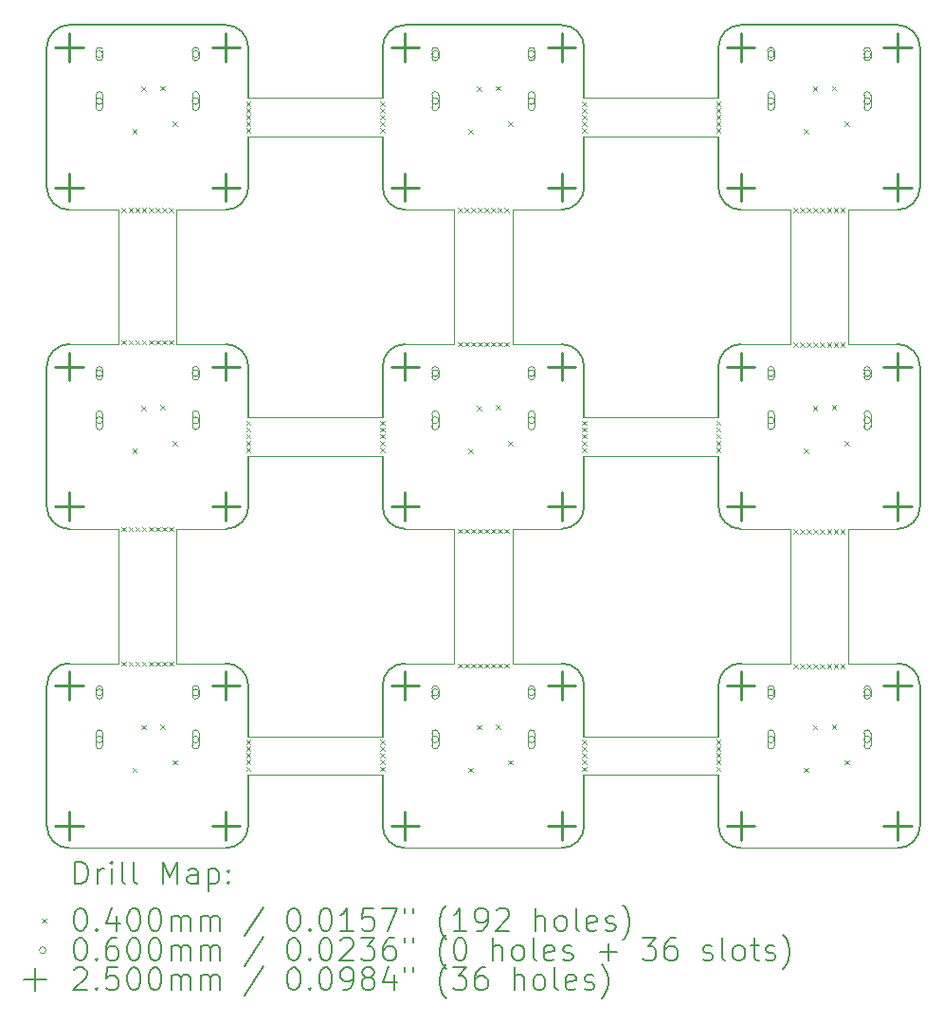
<source format=gbr>
%TF.GenerationSoftware,KiCad,Pcbnew,8.99.0-2193-g88272a59b7*%
%TF.CreationDate,2024-09-22T17:17:20+07:00*%
%TF.ProjectId,Unified-Daughterboard,556e6966-6965-4642-9d44-617567687465,C3*%
%TF.SameCoordinates,Original*%
%TF.FileFunction,Drillmap*%
%TF.FilePolarity,Positive*%
%FSLAX45Y45*%
G04 Gerber Fmt 4.5, Leading zero omitted, Abs format (unit mm)*
G04 Created by KiCad (PCBNEW 8.99.0-2193-g88272a59b7) date 2024-09-22 17:17:20*
%MOMM*%
%LPD*%
G01*
G04 APERTURE LIST*
%ADD10C,0.150000*%
%ADD11C,0.050000*%
%ADD12C,0.200000*%
%ADD13C,0.100000*%
%ADD14C,0.250000*%
G04 APERTURE END LIST*
D10*
X10360739Y-9081706D02*
G75*
G02*
X10160739Y-9281702I-199996J0D01*
G01*
D11*
X7360736Y-8629106D02*
X8560739Y-8629106D01*
D10*
X10160739Y-7631706D02*
G75*
G02*
X10360733Y-7831706I4J-199990D01*
G01*
X8760739Y-9281706D02*
G75*
G02*
X8560733Y-9081706I-6J200000D01*
G01*
X7360736Y-8629106D02*
X7360736Y-9081706D01*
X10360739Y-7831706D02*
X10360739Y-8580189D01*
X8560739Y-7831706D02*
X8560739Y-8284306D01*
X8560739Y-7831706D02*
G75*
G02*
X8760739Y-7631702I200004J0D01*
G01*
D11*
X9202222Y-9282106D02*
X8760739Y-9281706D01*
D10*
X5760736Y-9281706D02*
G75*
G02*
X5560743Y-9081706I-3J199990D01*
G01*
X4360733Y-9081706D02*
G75*
G02*
X4160733Y-9281706I-199998J-2D01*
G01*
X5560736Y-7831706D02*
X5560736Y-8284306D01*
X10360739Y-8580189D02*
X10360739Y-9081706D01*
X7160736Y-7631706D02*
G75*
G02*
X7360733Y-7831706I-3J-200000D01*
G01*
D11*
X4160733Y-9281706D02*
X3202216Y-9282106D01*
D10*
X4360733Y-7831706D02*
X4360733Y-8284306D01*
X7360736Y-7831706D02*
X7360736Y-8284306D01*
X5560736Y-7831706D02*
G75*
G02*
X5760736Y-7631706I200002J-2D01*
G01*
D11*
X3202216Y-9282106D02*
X2760733Y-9281706D01*
D10*
X2560733Y-7831706D02*
G75*
G02*
X2760733Y-7631706I200002J-2D01*
G01*
D11*
X7160736Y-9281706D02*
X6202219Y-9282106D01*
D10*
X7360736Y-9081706D02*
G75*
G02*
X7160736Y-9281709I-200003J0D01*
G01*
D11*
X6202219Y-9282106D02*
X5760736Y-9281706D01*
D10*
X4160733Y-7631706D02*
G75*
G02*
X4360733Y-7831706I-5J-200005D01*
G01*
D11*
X5560736Y-8284306D02*
X4360733Y-8284306D01*
D10*
X2560733Y-7831706D02*
X2560733Y-9081706D01*
X8560739Y-8629106D02*
X8560739Y-9081706D01*
D11*
X8560739Y-8284306D02*
X7360736Y-8284306D01*
X4360733Y-8629106D02*
X5560736Y-8629106D01*
D10*
X5560736Y-8629106D02*
X5560736Y-9081706D01*
X4360733Y-8629106D02*
X4360733Y-9081706D01*
D11*
X10160739Y-9281706D02*
X9202222Y-9282106D01*
D10*
X2760733Y-9281706D02*
G75*
G02*
X2560733Y-9081706I-5J199995D01*
G01*
D11*
X10160739Y-4781703D02*
X9719256Y-4781303D01*
X8760739Y-4781703D02*
X9202222Y-4782103D01*
X7160736Y-4781703D02*
X6719253Y-4781303D01*
X5760736Y-4781703D02*
X6202219Y-4782103D01*
X4160733Y-4781703D02*
X3719250Y-4781303D01*
X2760733Y-4781703D02*
X3202216Y-4782103D01*
X10160739Y-7631706D02*
X9719256Y-7631306D01*
X8760739Y-7631706D02*
X9202222Y-7632106D01*
X7160736Y-7631706D02*
X6719253Y-7631306D01*
X5760736Y-7631706D02*
X6202219Y-7632106D01*
X2760733Y-7631706D02*
X3202216Y-7632106D01*
X4160733Y-7631706D02*
X3719250Y-7631306D01*
X3719250Y-6431303D02*
X3719250Y-7631306D01*
X3202216Y-6432103D02*
X3202216Y-7632106D01*
X3202216Y-6432103D02*
X2760733Y-6431703D01*
X8560739Y-5434303D02*
X7360736Y-5434303D01*
D10*
X8560739Y-4981703D02*
X8560739Y-5434303D01*
D11*
X4360733Y-5779103D02*
X5560736Y-5779103D01*
D10*
X7360736Y-5779103D02*
X7360736Y-6231703D01*
X7360736Y-4981703D02*
X7360736Y-5434303D01*
X4360733Y-5779103D02*
X4360733Y-6231703D01*
X4360733Y-4981703D02*
X4360733Y-5434303D01*
D11*
X7360736Y-5779103D02*
X8560739Y-5779103D01*
X4160733Y-6431703D02*
X3719250Y-6431303D01*
D10*
X8560739Y-5779103D02*
X8560739Y-6231703D01*
D11*
X5560736Y-5434303D02*
X4360733Y-5434303D01*
D10*
X5560736Y-5779103D02*
X5560736Y-6231703D01*
X10160739Y-4781703D02*
G75*
G02*
X10360746Y-4981703I7J-200000D01*
G01*
X10360739Y-6231703D02*
G75*
G02*
X10160739Y-6431706I-200003J0D01*
G01*
X8560739Y-4981703D02*
G75*
G02*
X8760739Y-4781703I200002J-2D01*
G01*
X8760739Y-6431703D02*
G75*
G02*
X8560746Y-6231703I-3J199990D01*
G01*
X10360739Y-4981703D02*
X10360739Y-5730186D01*
X10360739Y-5730186D02*
X10360739Y-6231703D01*
D11*
X6202219Y-6432103D02*
X6202219Y-7632106D01*
X9719256Y-6431303D02*
X9719256Y-7631306D01*
X6719253Y-6431303D02*
X6719253Y-7631306D01*
X9202222Y-6432103D02*
X9202222Y-7632106D01*
X10160739Y-6431703D02*
X9719256Y-6431303D01*
X9202222Y-6432103D02*
X8760739Y-6431703D01*
X7160736Y-6431703D02*
X6719253Y-6431303D01*
X6202219Y-6432103D02*
X5760736Y-6431703D01*
D10*
X5560736Y-4981703D02*
X5560736Y-5434303D01*
X7160736Y-4781703D02*
G75*
G02*
X7360736Y-4981703I0J-200000D01*
G01*
X5760736Y-6431703D02*
G75*
G02*
X5560736Y-6231703I-5J199995D01*
G01*
X7360736Y-6231703D02*
G75*
G02*
X7160736Y-6431703I-199998J-2D01*
G01*
X5560736Y-4981703D02*
G75*
G02*
X5760736Y-4781703I200002J-2D01*
G01*
X2560733Y-4981703D02*
X2560733Y-6231703D01*
X4160733Y-4781703D02*
G75*
G02*
X4360733Y-4981703I-5J-200005D01*
G01*
X4360733Y-6231703D02*
G75*
G02*
X4160733Y-6431703I-199998J-2D01*
G01*
X2560733Y-4981703D02*
G75*
G02*
X2760733Y-4781703I200002J-2D01*
G01*
X2760733Y-6431703D02*
G75*
G02*
X2560733Y-6231703I-5J199995D01*
G01*
D11*
X9719256Y-3581300D02*
X9719256Y-4781303D01*
X9202222Y-3582100D02*
X9202222Y-4782103D01*
X10160739Y-3581700D02*
X9719256Y-3581300D01*
X9202222Y-3582100D02*
X8760739Y-3581700D01*
X6719253Y-3581300D02*
X6719253Y-4781303D01*
X6202219Y-3582100D02*
X6202219Y-4782103D01*
X7160736Y-3581700D02*
X6719253Y-3581300D01*
X6202219Y-3582100D02*
X5760736Y-3581700D01*
X3719250Y-3581300D02*
X3719250Y-4781303D01*
X3202216Y-3582100D02*
X3202216Y-4782103D01*
X3202216Y-3582100D02*
X2760733Y-3581700D01*
X4160733Y-3581700D02*
X3719250Y-3581300D01*
X7360736Y-2929100D02*
X8560739Y-2929100D01*
D10*
X7360736Y-2929100D02*
X7360736Y-3381700D01*
X7360736Y-2131700D02*
X7360736Y-2584300D01*
D11*
X8560739Y-2584300D02*
X7360736Y-2584300D01*
D10*
X8560739Y-2929100D02*
X8560739Y-3381700D01*
X8560739Y-2131700D02*
X8560739Y-2584300D01*
D11*
X4360733Y-2929100D02*
X5560736Y-2929100D01*
X5560736Y-2584300D02*
X4360733Y-2584300D01*
D10*
X4360733Y-2929100D02*
X4360733Y-3381700D01*
X4360733Y-2131700D02*
X4360733Y-2584300D01*
X5560736Y-2929100D02*
X5560736Y-3381700D01*
X8760739Y-1931700D02*
X10160739Y-1931700D01*
X10360739Y-2131700D02*
X10360739Y-2880183D01*
X10160739Y-1931700D02*
G75*
G02*
X10360746Y-2131700I-3J-200010D01*
G01*
X10360739Y-3381700D02*
G75*
G02*
X10160739Y-3581700I-199998J-2D01*
G01*
X8560739Y-2131700D02*
G75*
G02*
X8760739Y-1931700I200002J-2D01*
G01*
X10360739Y-2880183D02*
X10360739Y-3381700D01*
X8760739Y-3581700D02*
G75*
G02*
X8560739Y-3381700I-5J199995D01*
G01*
X5560736Y-2131700D02*
G75*
G02*
X5760736Y-1931700I200002J-2D01*
G01*
X7360736Y-3381700D02*
G75*
G02*
X7160736Y-3581700I-199998J-2D01*
G01*
X5760736Y-3581700D02*
G75*
G02*
X5560736Y-3381700I-5J199995D01*
G01*
X7160736Y-1931700D02*
G75*
G02*
X7360743Y-2131700I-3J-200010D01*
G01*
X5760736Y-1931700D02*
X7160736Y-1931700D01*
X5560736Y-2131700D02*
X5560736Y-2584300D01*
X2760733Y-1931700D02*
X4160733Y-1931700D01*
X2560733Y-2131700D02*
X2560733Y-3381700D01*
X2760733Y-3581700D02*
G75*
G02*
X2560730Y-3381700I-3J200000D01*
G01*
X2560733Y-2131700D02*
G75*
G02*
X2760733Y-1931703I199997J0D01*
G01*
X4360733Y-3381700D02*
G75*
G02*
X4160733Y-3581703I-200003J0D01*
G01*
X4160733Y-1931700D02*
G75*
G02*
X4360730Y-2131700I-3J-200000D01*
G01*
D12*
D13*
X3230250Y-3564300D02*
X3270250Y-3604300D01*
X3270250Y-3564300D02*
X3230250Y-3604300D01*
X3230250Y-4744300D02*
X3270250Y-4784300D01*
X3270250Y-4744300D02*
X3230250Y-4784300D01*
X3230250Y-6412103D02*
X3270250Y-6452103D01*
X3270250Y-6412103D02*
X3230250Y-6452103D01*
X3230250Y-7614300D02*
X3270250Y-7654300D01*
X3270250Y-7614300D02*
X3230250Y-7654300D01*
X3290250Y-3564300D02*
X3330250Y-3604300D01*
X3330250Y-3564300D02*
X3290250Y-3604300D01*
X3290250Y-4744300D02*
X3330250Y-4784300D01*
X3330250Y-4744300D02*
X3290250Y-4784300D01*
X3290250Y-6412103D02*
X3330250Y-6452103D01*
X3330250Y-6412103D02*
X3290250Y-6452103D01*
X3290250Y-7614300D02*
X3330250Y-7654300D01*
X3330250Y-7614300D02*
X3290250Y-7654300D01*
X3325133Y-2864217D02*
X3365133Y-2904217D01*
X3365133Y-2864217D02*
X3325133Y-2904217D01*
X3325133Y-5714220D02*
X3365133Y-5754220D01*
X3365133Y-5714220D02*
X3325133Y-5754220D01*
X3325133Y-8564223D02*
X3365133Y-8604223D01*
X3365133Y-8564223D02*
X3325133Y-8604223D01*
X3350250Y-3564300D02*
X3390250Y-3604300D01*
X3390250Y-3564300D02*
X3350250Y-3604300D01*
X3350250Y-4744300D02*
X3390250Y-4784300D01*
X3390250Y-4744300D02*
X3350250Y-4784300D01*
X3350250Y-6412103D02*
X3390250Y-6452103D01*
X3390250Y-6412103D02*
X3350250Y-6452103D01*
X3350250Y-7614300D02*
X3390250Y-7654300D01*
X3390250Y-7614300D02*
X3350250Y-7654300D01*
X3403450Y-2482617D02*
X3443450Y-2522617D01*
X3443450Y-2482617D02*
X3403450Y-2522617D01*
X3403450Y-5332620D02*
X3443450Y-5372620D01*
X3443450Y-5332620D02*
X3403450Y-5372620D01*
X3403450Y-8182623D02*
X3443450Y-8222623D01*
X3443450Y-8182623D02*
X3403450Y-8222623D01*
X3410250Y-3564300D02*
X3450250Y-3604300D01*
X3450250Y-3564300D02*
X3410250Y-3604300D01*
X3410250Y-4744300D02*
X3450250Y-4784300D01*
X3450250Y-4744300D02*
X3410250Y-4784300D01*
X3410250Y-6412103D02*
X3450250Y-6452103D01*
X3450250Y-6412103D02*
X3410250Y-6452103D01*
X3410250Y-7614300D02*
X3450250Y-7654300D01*
X3450250Y-7614300D02*
X3410250Y-7654300D01*
X3470250Y-3564300D02*
X3510250Y-3604300D01*
X3510250Y-3564300D02*
X3470250Y-3604300D01*
X3470250Y-4744300D02*
X3510250Y-4784300D01*
X3510250Y-4744300D02*
X3470250Y-4784300D01*
X3470250Y-6412103D02*
X3510250Y-6452103D01*
X3510250Y-6412103D02*
X3470250Y-6452103D01*
X3470250Y-7614300D02*
X3510250Y-7654300D01*
X3510250Y-7614300D02*
X3470250Y-7654300D01*
X3530250Y-3564300D02*
X3570250Y-3604300D01*
X3570250Y-3564300D02*
X3530250Y-3604300D01*
X3530250Y-4744300D02*
X3570250Y-4784300D01*
X3570250Y-4744300D02*
X3530250Y-4784300D01*
X3530250Y-6412103D02*
X3570250Y-6452103D01*
X3570250Y-6412103D02*
X3530250Y-6452103D01*
X3530250Y-7614300D02*
X3570250Y-7654300D01*
X3570250Y-7614300D02*
X3530250Y-7654300D01*
X3572850Y-2476111D02*
X3612850Y-2516111D01*
X3612850Y-2476111D02*
X3572850Y-2516111D01*
X3572850Y-5326114D02*
X3612850Y-5366114D01*
X3612850Y-5326114D02*
X3572850Y-5366114D01*
X3572850Y-8176117D02*
X3612850Y-8216117D01*
X3612850Y-8176117D02*
X3572850Y-8216117D01*
X3590250Y-3564300D02*
X3630250Y-3604300D01*
X3630250Y-3564300D02*
X3590250Y-3604300D01*
X3590250Y-4744300D02*
X3630250Y-4784300D01*
X3630250Y-4744300D02*
X3590250Y-4784300D01*
X3590250Y-6412103D02*
X3630250Y-6452103D01*
X3630250Y-6412103D02*
X3590250Y-6452103D01*
X3590250Y-7614300D02*
X3630250Y-7654300D01*
X3630250Y-7614300D02*
X3590250Y-7654300D01*
X3650250Y-3564300D02*
X3690250Y-3604300D01*
X3690250Y-3564300D02*
X3650250Y-3604300D01*
X3650250Y-4744300D02*
X3690250Y-4784300D01*
X3690250Y-4744300D02*
X3650250Y-4784300D01*
X3650250Y-6412103D02*
X3690250Y-6452103D01*
X3690250Y-6412103D02*
X3650250Y-6452103D01*
X3650250Y-7614300D02*
X3690250Y-7654300D01*
X3690250Y-7614300D02*
X3650250Y-7654300D01*
X3684450Y-2795217D02*
X3724450Y-2835217D01*
X3724450Y-2795217D02*
X3684450Y-2835217D01*
X3684450Y-5645220D02*
X3724450Y-5685220D01*
X3724450Y-5645220D02*
X3684450Y-5685220D01*
X3684450Y-8495223D02*
X3724450Y-8535223D01*
X3724450Y-8495223D02*
X3684450Y-8535223D01*
X4340250Y-2614300D02*
X4380250Y-2654300D01*
X4380250Y-2614300D02*
X4340250Y-2654300D01*
X4340250Y-2674300D02*
X4380250Y-2714300D01*
X4380250Y-2674300D02*
X4340250Y-2714300D01*
X4340250Y-2734300D02*
X4380250Y-2774300D01*
X4380250Y-2734300D02*
X4340250Y-2774300D01*
X4340250Y-2794300D02*
X4380250Y-2834300D01*
X4380250Y-2794300D02*
X4340250Y-2834300D01*
X4340250Y-2854300D02*
X4380250Y-2894300D01*
X4380250Y-2854300D02*
X4340250Y-2894300D01*
X4340250Y-5464303D02*
X4380250Y-5504303D01*
X4380250Y-5464303D02*
X4340250Y-5504303D01*
X4340250Y-5524303D02*
X4380250Y-5564303D01*
X4380250Y-5524303D02*
X4340250Y-5564303D01*
X4340250Y-5584303D02*
X4380250Y-5624303D01*
X4380250Y-5584303D02*
X4340250Y-5624303D01*
X4340250Y-5644303D02*
X4380250Y-5684303D01*
X4380250Y-5644303D02*
X4340250Y-5684303D01*
X4340250Y-5704303D02*
X4380250Y-5744303D01*
X4380250Y-5704303D02*
X4340250Y-5744303D01*
X4340250Y-8314306D02*
X4380250Y-8354306D01*
X4380250Y-8314306D02*
X4340250Y-8354306D01*
X4340250Y-8374306D02*
X4380250Y-8414306D01*
X4380250Y-8374306D02*
X4340250Y-8414306D01*
X4340250Y-8434306D02*
X4380250Y-8474306D01*
X4380250Y-8434306D02*
X4340250Y-8474306D01*
X4340250Y-8494306D02*
X4380250Y-8534306D01*
X4380250Y-8494306D02*
X4340250Y-8534306D01*
X4340250Y-8554306D02*
X4380250Y-8594306D01*
X4380250Y-8554306D02*
X4340250Y-8594306D01*
X5540250Y-2614300D02*
X5580250Y-2654300D01*
X5580250Y-2614300D02*
X5540250Y-2654300D01*
X5540250Y-2674300D02*
X5580250Y-2714300D01*
X5580250Y-2674300D02*
X5540250Y-2714300D01*
X5540250Y-2734300D02*
X5580250Y-2774300D01*
X5580250Y-2734300D02*
X5540250Y-2774300D01*
X5540250Y-2794300D02*
X5580250Y-2834300D01*
X5580250Y-2794300D02*
X5540250Y-2834300D01*
X5540250Y-2854300D02*
X5580250Y-2894300D01*
X5580250Y-2854300D02*
X5540250Y-2894300D01*
X5540250Y-5464303D02*
X5580250Y-5504303D01*
X5580250Y-5464303D02*
X5540250Y-5504303D01*
X5540250Y-5524303D02*
X5580250Y-5564303D01*
X5580250Y-5524303D02*
X5540250Y-5564303D01*
X5540250Y-5584303D02*
X5580250Y-5624303D01*
X5580250Y-5584303D02*
X5540250Y-5624303D01*
X5540250Y-5644303D02*
X5580250Y-5684303D01*
X5580250Y-5644303D02*
X5540250Y-5684303D01*
X5540250Y-5704303D02*
X5580250Y-5744303D01*
X5580250Y-5704303D02*
X5540250Y-5744303D01*
X5540250Y-8314306D02*
X5580250Y-8354306D01*
X5580250Y-8314306D02*
X5540250Y-8354306D01*
X5540250Y-8374306D02*
X5580250Y-8414306D01*
X5580250Y-8374306D02*
X5540250Y-8414306D01*
X5540250Y-8434306D02*
X5580250Y-8474306D01*
X5580250Y-8434306D02*
X5540250Y-8474306D01*
X5540250Y-8494306D02*
X5580250Y-8534306D01*
X5580250Y-8494306D02*
X5540250Y-8534306D01*
X5540250Y-8554306D02*
X5580250Y-8594306D01*
X5580250Y-8554306D02*
X5540250Y-8594306D01*
X6230250Y-3564300D02*
X6270250Y-3604300D01*
X6270250Y-3564300D02*
X6230250Y-3604300D01*
X6230250Y-4762103D02*
X6270250Y-4802103D01*
X6270250Y-4762103D02*
X6230250Y-4802103D01*
X6230250Y-6429906D02*
X6270250Y-6469906D01*
X6270250Y-6429906D02*
X6230250Y-6469906D01*
X6230250Y-7632103D02*
X6270250Y-7672103D01*
X6270250Y-7632103D02*
X6230250Y-7672103D01*
X6290250Y-3564300D02*
X6330250Y-3604300D01*
X6330250Y-3564300D02*
X6290250Y-3604300D01*
X6290250Y-4762103D02*
X6330250Y-4802103D01*
X6330250Y-4762103D02*
X6290250Y-4802103D01*
X6290250Y-6429906D02*
X6330250Y-6469906D01*
X6330250Y-6429906D02*
X6290250Y-6469906D01*
X6290250Y-7632103D02*
X6330250Y-7672103D01*
X6330250Y-7632103D02*
X6290250Y-7672103D01*
X6325136Y-2864217D02*
X6365136Y-2904217D01*
X6365136Y-2864217D02*
X6325136Y-2904217D01*
X6325136Y-5714220D02*
X6365136Y-5754220D01*
X6365136Y-5714220D02*
X6325136Y-5754220D01*
X6325136Y-8564223D02*
X6365136Y-8604223D01*
X6365136Y-8564223D02*
X6325136Y-8604223D01*
X6350250Y-3564300D02*
X6390250Y-3604300D01*
X6390250Y-3564300D02*
X6350250Y-3604300D01*
X6350250Y-4762103D02*
X6390250Y-4802103D01*
X6390250Y-4762103D02*
X6350250Y-4802103D01*
X6350250Y-6429906D02*
X6390250Y-6469906D01*
X6390250Y-6429906D02*
X6350250Y-6469906D01*
X6350250Y-7632103D02*
X6390250Y-7672103D01*
X6390250Y-7632103D02*
X6350250Y-7672103D01*
X6403453Y-2482617D02*
X6443453Y-2522617D01*
X6443453Y-2482617D02*
X6403453Y-2522617D01*
X6403453Y-5332620D02*
X6443453Y-5372620D01*
X6443453Y-5332620D02*
X6403453Y-5372620D01*
X6403453Y-8182623D02*
X6443453Y-8222623D01*
X6443453Y-8182623D02*
X6403453Y-8222623D01*
X6410250Y-3564300D02*
X6450250Y-3604300D01*
X6450250Y-3564300D02*
X6410250Y-3604300D01*
X6410250Y-4762103D02*
X6450250Y-4802103D01*
X6450250Y-4762103D02*
X6410250Y-4802103D01*
X6410250Y-6429906D02*
X6450250Y-6469906D01*
X6450250Y-6429906D02*
X6410250Y-6469906D01*
X6410250Y-7632103D02*
X6450250Y-7672103D01*
X6450250Y-7632103D02*
X6410250Y-7672103D01*
X6470250Y-3564300D02*
X6510250Y-3604300D01*
X6510250Y-3564300D02*
X6470250Y-3604300D01*
X6470250Y-4762103D02*
X6510250Y-4802103D01*
X6510250Y-4762103D02*
X6470250Y-4802103D01*
X6470250Y-6429906D02*
X6510250Y-6469906D01*
X6510250Y-6429906D02*
X6470250Y-6469906D01*
X6470250Y-7632103D02*
X6510250Y-7672103D01*
X6510250Y-7632103D02*
X6470250Y-7672103D01*
X6530250Y-3564300D02*
X6570250Y-3604300D01*
X6570250Y-3564300D02*
X6530250Y-3604300D01*
X6530250Y-4762103D02*
X6570250Y-4802103D01*
X6570250Y-4762103D02*
X6530250Y-4802103D01*
X6530250Y-6429906D02*
X6570250Y-6469906D01*
X6570250Y-6429906D02*
X6530250Y-6469906D01*
X6530250Y-7632103D02*
X6570250Y-7672103D01*
X6570250Y-7632103D02*
X6530250Y-7672103D01*
X6572853Y-2476111D02*
X6612853Y-2516111D01*
X6612853Y-2476111D02*
X6572853Y-2516111D01*
X6572853Y-5326114D02*
X6612853Y-5366114D01*
X6612853Y-5326114D02*
X6572853Y-5366114D01*
X6572853Y-8176117D02*
X6612853Y-8216117D01*
X6612853Y-8176117D02*
X6572853Y-8216117D01*
X6590250Y-3564300D02*
X6630250Y-3604300D01*
X6630250Y-3564300D02*
X6590250Y-3604300D01*
X6590250Y-4762103D02*
X6630250Y-4802103D01*
X6630250Y-4762103D02*
X6590250Y-4802103D01*
X6590250Y-6429906D02*
X6630250Y-6469906D01*
X6630250Y-6429906D02*
X6590250Y-6469906D01*
X6590250Y-7632103D02*
X6630250Y-7672103D01*
X6630250Y-7632103D02*
X6590250Y-7672103D01*
X6650250Y-3564300D02*
X6690250Y-3604300D01*
X6690250Y-3564300D02*
X6650250Y-3604300D01*
X6650250Y-4762103D02*
X6690250Y-4802103D01*
X6690250Y-4762103D02*
X6650250Y-4802103D01*
X6650250Y-6429906D02*
X6690250Y-6469906D01*
X6690250Y-6429906D02*
X6650250Y-6469906D01*
X6650250Y-7632103D02*
X6690250Y-7672103D01*
X6690250Y-7632103D02*
X6650250Y-7672103D01*
X6684453Y-2795217D02*
X6724453Y-2835217D01*
X6724453Y-2795217D02*
X6684453Y-2835217D01*
X6684453Y-5645220D02*
X6724453Y-5685220D01*
X6724453Y-5645220D02*
X6684453Y-5685220D01*
X6684453Y-8495223D02*
X6724453Y-8535223D01*
X6724453Y-8495223D02*
X6684453Y-8535223D01*
X7340250Y-2614300D02*
X7380250Y-2654300D01*
X7380250Y-2614300D02*
X7340250Y-2654300D01*
X7340250Y-2674300D02*
X7380250Y-2714300D01*
X7380250Y-2674300D02*
X7340250Y-2714300D01*
X7340250Y-2734300D02*
X7380250Y-2774300D01*
X7380250Y-2734300D02*
X7340250Y-2774300D01*
X7340250Y-2794300D02*
X7380250Y-2834300D01*
X7380250Y-2794300D02*
X7340250Y-2834300D01*
X7340250Y-2854300D02*
X7380250Y-2894300D01*
X7380250Y-2854300D02*
X7340250Y-2894300D01*
X7340250Y-5464303D02*
X7380250Y-5504303D01*
X7380250Y-5464303D02*
X7340250Y-5504303D01*
X7340250Y-5524303D02*
X7380250Y-5564303D01*
X7380250Y-5524303D02*
X7340250Y-5564303D01*
X7340250Y-5584303D02*
X7380250Y-5624303D01*
X7380250Y-5584303D02*
X7340250Y-5624303D01*
X7340250Y-5644303D02*
X7380250Y-5684303D01*
X7380250Y-5644303D02*
X7340250Y-5684303D01*
X7340250Y-5704303D02*
X7380250Y-5744303D01*
X7380250Y-5704303D02*
X7340250Y-5744303D01*
X7340250Y-8314306D02*
X7380250Y-8354306D01*
X7380250Y-8314306D02*
X7340250Y-8354306D01*
X7340250Y-8374306D02*
X7380250Y-8414306D01*
X7380250Y-8374306D02*
X7340250Y-8414306D01*
X7340250Y-8434306D02*
X7380250Y-8474306D01*
X7380250Y-8434306D02*
X7340250Y-8474306D01*
X7340250Y-8494306D02*
X7380250Y-8534306D01*
X7380250Y-8494306D02*
X7340250Y-8534306D01*
X7340250Y-8554306D02*
X7380250Y-8594306D01*
X7380250Y-8554306D02*
X7340250Y-8594306D01*
X8540250Y-2614300D02*
X8580250Y-2654300D01*
X8580250Y-2614300D02*
X8540250Y-2654300D01*
X8540250Y-2674300D02*
X8580250Y-2714300D01*
X8580250Y-2674300D02*
X8540250Y-2714300D01*
X8540250Y-2734300D02*
X8580250Y-2774300D01*
X8580250Y-2734300D02*
X8540250Y-2774300D01*
X8540250Y-2794300D02*
X8580250Y-2834300D01*
X8580250Y-2794300D02*
X8540250Y-2834300D01*
X8540250Y-2854300D02*
X8580250Y-2894300D01*
X8580250Y-2854300D02*
X8540250Y-2894300D01*
X8540250Y-5464303D02*
X8580250Y-5504303D01*
X8580250Y-5464303D02*
X8540250Y-5504303D01*
X8540250Y-5524303D02*
X8580250Y-5564303D01*
X8580250Y-5524303D02*
X8540250Y-5564303D01*
X8540250Y-5584303D02*
X8580250Y-5624303D01*
X8580250Y-5584303D02*
X8540250Y-5624303D01*
X8540250Y-5644303D02*
X8580250Y-5684303D01*
X8580250Y-5644303D02*
X8540250Y-5684303D01*
X8540250Y-5704303D02*
X8580250Y-5744303D01*
X8580250Y-5704303D02*
X8540250Y-5744303D01*
X8540250Y-8314306D02*
X8580250Y-8354306D01*
X8580250Y-8314306D02*
X8540250Y-8354306D01*
X8540250Y-8374306D02*
X8580250Y-8414306D01*
X8580250Y-8374306D02*
X8540250Y-8414306D01*
X8540250Y-8434306D02*
X8580250Y-8474306D01*
X8580250Y-8434306D02*
X8540250Y-8474306D01*
X8540250Y-8494306D02*
X8580250Y-8534306D01*
X8580250Y-8494306D02*
X8540250Y-8534306D01*
X8540250Y-8554306D02*
X8580250Y-8594306D01*
X8580250Y-8554306D02*
X8540250Y-8594306D01*
X9230250Y-3564300D02*
X9270250Y-3604300D01*
X9270250Y-3564300D02*
X9230250Y-3604300D01*
X9230250Y-4764300D02*
X9270250Y-4804300D01*
X9270250Y-4764300D02*
X9230250Y-4804300D01*
X9230250Y-6432103D02*
X9270250Y-6472103D01*
X9270250Y-6432103D02*
X9230250Y-6472103D01*
X9230250Y-7634300D02*
X9270250Y-7674300D01*
X9270250Y-7634300D02*
X9230250Y-7674300D01*
X9290250Y-3564300D02*
X9330250Y-3604300D01*
X9330250Y-3564300D02*
X9290250Y-3604300D01*
X9290250Y-4764300D02*
X9330250Y-4804300D01*
X9330250Y-4764300D02*
X9290250Y-4804300D01*
X9290250Y-6432103D02*
X9330250Y-6472103D01*
X9330250Y-6432103D02*
X9290250Y-6472103D01*
X9290250Y-7634300D02*
X9330250Y-7674300D01*
X9330250Y-7634300D02*
X9290250Y-7674300D01*
X9325139Y-2864217D02*
X9365139Y-2904217D01*
X9365139Y-2864217D02*
X9325139Y-2904217D01*
X9325139Y-5714220D02*
X9365139Y-5754220D01*
X9365139Y-5714220D02*
X9325139Y-5754220D01*
X9325139Y-8564223D02*
X9365139Y-8604223D01*
X9365139Y-8564223D02*
X9325139Y-8604223D01*
X9350250Y-3564300D02*
X9390250Y-3604300D01*
X9390250Y-3564300D02*
X9350250Y-3604300D01*
X9350250Y-4764300D02*
X9390250Y-4804300D01*
X9390250Y-4764300D02*
X9350250Y-4804300D01*
X9350250Y-6432103D02*
X9390250Y-6472103D01*
X9390250Y-6432103D02*
X9350250Y-6472103D01*
X9350250Y-7634300D02*
X9390250Y-7674300D01*
X9390250Y-7634300D02*
X9350250Y-7674300D01*
X9403456Y-2482617D02*
X9443456Y-2522617D01*
X9443456Y-2482617D02*
X9403456Y-2522617D01*
X9403456Y-5332620D02*
X9443456Y-5372620D01*
X9443456Y-5332620D02*
X9403456Y-5372620D01*
X9403456Y-8182623D02*
X9443456Y-8222623D01*
X9443456Y-8182623D02*
X9403456Y-8222623D01*
X9410250Y-3564300D02*
X9450250Y-3604300D01*
X9450250Y-3564300D02*
X9410250Y-3604300D01*
X9410250Y-4764300D02*
X9450250Y-4804300D01*
X9450250Y-4764300D02*
X9410250Y-4804300D01*
X9410250Y-6432103D02*
X9450250Y-6472103D01*
X9450250Y-6432103D02*
X9410250Y-6472103D01*
X9410250Y-7634300D02*
X9450250Y-7674300D01*
X9450250Y-7634300D02*
X9410250Y-7674300D01*
X9470250Y-3564300D02*
X9510250Y-3604300D01*
X9510250Y-3564300D02*
X9470250Y-3604300D01*
X9470250Y-4764300D02*
X9510250Y-4804300D01*
X9510250Y-4764300D02*
X9470250Y-4804300D01*
X9470250Y-6432103D02*
X9510250Y-6472103D01*
X9510250Y-6432103D02*
X9470250Y-6472103D01*
X9470250Y-7634300D02*
X9510250Y-7674300D01*
X9510250Y-7634300D02*
X9470250Y-7674300D01*
X9530250Y-3564300D02*
X9570250Y-3604300D01*
X9570250Y-3564300D02*
X9530250Y-3604300D01*
X9530250Y-4764300D02*
X9570250Y-4804300D01*
X9570250Y-4764300D02*
X9530250Y-4804300D01*
X9530250Y-6432103D02*
X9570250Y-6472103D01*
X9570250Y-6432103D02*
X9530250Y-6472103D01*
X9530250Y-7634300D02*
X9570250Y-7674300D01*
X9570250Y-7634300D02*
X9530250Y-7674300D01*
X9572856Y-2476111D02*
X9612856Y-2516111D01*
X9612856Y-2476111D02*
X9572856Y-2516111D01*
X9572856Y-5326114D02*
X9612856Y-5366114D01*
X9612856Y-5326114D02*
X9572856Y-5366114D01*
X9572856Y-8176117D02*
X9612856Y-8216117D01*
X9612856Y-8176117D02*
X9572856Y-8216117D01*
X9590250Y-3564300D02*
X9630250Y-3604300D01*
X9630250Y-3564300D02*
X9590250Y-3604300D01*
X9590250Y-4764300D02*
X9630250Y-4804300D01*
X9630250Y-4764300D02*
X9590250Y-4804300D01*
X9590250Y-6432103D02*
X9630250Y-6472103D01*
X9630250Y-6432103D02*
X9590250Y-6472103D01*
X9590250Y-7634300D02*
X9630250Y-7674300D01*
X9630250Y-7634300D02*
X9590250Y-7674300D01*
X9650250Y-3564300D02*
X9690250Y-3604300D01*
X9690250Y-3564300D02*
X9650250Y-3604300D01*
X9650250Y-4764300D02*
X9690250Y-4804300D01*
X9690250Y-4764300D02*
X9650250Y-4804300D01*
X9650250Y-6432103D02*
X9690250Y-6472103D01*
X9690250Y-6432103D02*
X9650250Y-6472103D01*
X9650250Y-7634300D02*
X9690250Y-7674300D01*
X9690250Y-7634300D02*
X9650250Y-7674300D01*
X9684456Y-2795217D02*
X9724456Y-2835217D01*
X9724456Y-2795217D02*
X9684456Y-2835217D01*
X9684456Y-5645220D02*
X9724456Y-5685220D01*
X9724456Y-5645220D02*
X9684456Y-5685220D01*
X9684456Y-8495223D02*
X9724456Y-8535223D01*
X9724456Y-8495223D02*
X9684456Y-8535223D01*
X3060533Y-2191700D02*
G75*
G02*
X3000533Y-2191700I-30000J0D01*
G01*
X3000533Y-2191700D02*
G75*
G02*
X3060533Y-2191700I30000J0D01*
G01*
X3060533Y-2221700D02*
X3060533Y-2161700D01*
X3000533Y-2161700D02*
G75*
G02*
X3060533Y-2161700I30000J0D01*
G01*
X3000533Y-2161700D02*
X3000533Y-2221700D01*
X3000533Y-2221700D02*
G75*
G03*
X3060533Y-2221700I30000J0D01*
G01*
X3060533Y-2611700D02*
G75*
G02*
X3000533Y-2611700I-30000J0D01*
G01*
X3000533Y-2611700D02*
G75*
G02*
X3060533Y-2611700I30000J0D01*
G01*
X3060533Y-2666700D02*
X3060533Y-2556700D01*
X3000533Y-2556700D02*
G75*
G02*
X3060533Y-2556700I30000J0D01*
G01*
X3000533Y-2556700D02*
X3000533Y-2666700D01*
X3000533Y-2666700D02*
G75*
G03*
X3060533Y-2666700I30000J0D01*
G01*
X3060533Y-5041703D02*
G75*
G02*
X3000533Y-5041703I-30000J0D01*
G01*
X3000533Y-5041703D02*
G75*
G02*
X3060533Y-5041703I30000J0D01*
G01*
X3060533Y-5071703D02*
X3060533Y-5011703D01*
X3000533Y-5011703D02*
G75*
G02*
X3060533Y-5011703I30000J0D01*
G01*
X3000533Y-5011703D02*
X3000533Y-5071703D01*
X3000533Y-5071703D02*
G75*
G03*
X3060533Y-5071703I30000J0D01*
G01*
X3060533Y-5461703D02*
G75*
G02*
X3000533Y-5461703I-30000J0D01*
G01*
X3000533Y-5461703D02*
G75*
G02*
X3060533Y-5461703I30000J0D01*
G01*
X3060533Y-5516703D02*
X3060533Y-5406703D01*
X3000533Y-5406703D02*
G75*
G02*
X3060533Y-5406703I30000J0D01*
G01*
X3000533Y-5406703D02*
X3000533Y-5516703D01*
X3000533Y-5516703D02*
G75*
G03*
X3060533Y-5516703I30000J0D01*
G01*
X3060533Y-7891706D02*
G75*
G02*
X3000533Y-7891706I-30000J0D01*
G01*
X3000533Y-7891706D02*
G75*
G02*
X3060533Y-7891706I30000J0D01*
G01*
X3060533Y-7921706D02*
X3060533Y-7861706D01*
X3000533Y-7861706D02*
G75*
G02*
X3060533Y-7861706I30000J0D01*
G01*
X3000533Y-7861706D02*
X3000533Y-7921706D01*
X3000533Y-7921706D02*
G75*
G03*
X3060533Y-7921706I30000J0D01*
G01*
X3060533Y-8311706D02*
G75*
G02*
X3000533Y-8311706I-30000J0D01*
G01*
X3000533Y-8311706D02*
G75*
G02*
X3060533Y-8311706I30000J0D01*
G01*
X3060533Y-8366706D02*
X3060533Y-8256706D01*
X3000533Y-8256706D02*
G75*
G02*
X3060533Y-8256706I30000J0D01*
G01*
X3000533Y-8256706D02*
X3000533Y-8366706D01*
X3000533Y-8366706D02*
G75*
G03*
X3060533Y-8366706I30000J0D01*
G01*
X3920533Y-2191700D02*
G75*
G02*
X3860533Y-2191700I-30000J0D01*
G01*
X3860533Y-2191700D02*
G75*
G02*
X3920533Y-2191700I30000J0D01*
G01*
X3920533Y-2221700D02*
X3920533Y-2161700D01*
X3860533Y-2161700D02*
G75*
G02*
X3920533Y-2161700I30000J0D01*
G01*
X3860533Y-2161700D02*
X3860533Y-2221700D01*
X3860533Y-2221700D02*
G75*
G03*
X3920533Y-2221700I30000J0D01*
G01*
X3920533Y-2611700D02*
G75*
G02*
X3860533Y-2611700I-30000J0D01*
G01*
X3860533Y-2611700D02*
G75*
G02*
X3920533Y-2611700I30000J0D01*
G01*
X3920533Y-2666700D02*
X3920533Y-2556700D01*
X3860533Y-2556700D02*
G75*
G02*
X3920533Y-2556700I30000J0D01*
G01*
X3860533Y-2556700D02*
X3860533Y-2666700D01*
X3860533Y-2666700D02*
G75*
G03*
X3920533Y-2666700I30000J0D01*
G01*
X3920533Y-5041703D02*
G75*
G02*
X3860533Y-5041703I-30000J0D01*
G01*
X3860533Y-5041703D02*
G75*
G02*
X3920533Y-5041703I30000J0D01*
G01*
X3920533Y-5071703D02*
X3920533Y-5011703D01*
X3860533Y-5011703D02*
G75*
G02*
X3920533Y-5011703I30000J0D01*
G01*
X3860533Y-5011703D02*
X3860533Y-5071703D01*
X3860533Y-5071703D02*
G75*
G03*
X3920533Y-5071703I30000J0D01*
G01*
X3920533Y-5461703D02*
G75*
G02*
X3860533Y-5461703I-30000J0D01*
G01*
X3860533Y-5461703D02*
G75*
G02*
X3920533Y-5461703I30000J0D01*
G01*
X3920533Y-5516703D02*
X3920533Y-5406703D01*
X3860533Y-5406703D02*
G75*
G02*
X3920533Y-5406703I30000J0D01*
G01*
X3860533Y-5406703D02*
X3860533Y-5516703D01*
X3860533Y-5516703D02*
G75*
G03*
X3920533Y-5516703I30000J0D01*
G01*
X3920533Y-7891706D02*
G75*
G02*
X3860533Y-7891706I-30000J0D01*
G01*
X3860533Y-7891706D02*
G75*
G02*
X3920533Y-7891706I30000J0D01*
G01*
X3920533Y-7921706D02*
X3920533Y-7861706D01*
X3860533Y-7861706D02*
G75*
G02*
X3920533Y-7861706I30000J0D01*
G01*
X3860533Y-7861706D02*
X3860533Y-7921706D01*
X3860533Y-7921706D02*
G75*
G03*
X3920533Y-7921706I30000J0D01*
G01*
X3920533Y-8311706D02*
G75*
G02*
X3860533Y-8311706I-30000J0D01*
G01*
X3860533Y-8311706D02*
G75*
G02*
X3920533Y-8311706I30000J0D01*
G01*
X3920533Y-8366706D02*
X3920533Y-8256706D01*
X3860533Y-8256706D02*
G75*
G02*
X3920533Y-8256706I30000J0D01*
G01*
X3860533Y-8256706D02*
X3860533Y-8366706D01*
X3860533Y-8366706D02*
G75*
G03*
X3920533Y-8366706I30000J0D01*
G01*
X6060536Y-2191700D02*
G75*
G02*
X6000536Y-2191700I-30000J0D01*
G01*
X6000536Y-2191700D02*
G75*
G02*
X6060536Y-2191700I30000J0D01*
G01*
X6060536Y-2221700D02*
X6060536Y-2161700D01*
X6000536Y-2161700D02*
G75*
G02*
X6060536Y-2161700I30000J0D01*
G01*
X6000536Y-2161700D02*
X6000536Y-2221700D01*
X6000536Y-2221700D02*
G75*
G03*
X6060536Y-2221700I30000J0D01*
G01*
X6060536Y-2611700D02*
G75*
G02*
X6000536Y-2611700I-30000J0D01*
G01*
X6000536Y-2611700D02*
G75*
G02*
X6060536Y-2611700I30000J0D01*
G01*
X6060536Y-2666700D02*
X6060536Y-2556700D01*
X6000536Y-2556700D02*
G75*
G02*
X6060536Y-2556700I30000J0D01*
G01*
X6000536Y-2556700D02*
X6000536Y-2666700D01*
X6000536Y-2666700D02*
G75*
G03*
X6060536Y-2666700I30000J0D01*
G01*
X6060536Y-5041703D02*
G75*
G02*
X6000536Y-5041703I-30000J0D01*
G01*
X6000536Y-5041703D02*
G75*
G02*
X6060536Y-5041703I30000J0D01*
G01*
X6060536Y-5071703D02*
X6060536Y-5011703D01*
X6000536Y-5011703D02*
G75*
G02*
X6060536Y-5011703I30000J0D01*
G01*
X6000536Y-5011703D02*
X6000536Y-5071703D01*
X6000536Y-5071703D02*
G75*
G03*
X6060536Y-5071703I30000J0D01*
G01*
X6060536Y-5461703D02*
G75*
G02*
X6000536Y-5461703I-30000J0D01*
G01*
X6000536Y-5461703D02*
G75*
G02*
X6060536Y-5461703I30000J0D01*
G01*
X6060536Y-5516703D02*
X6060536Y-5406703D01*
X6000536Y-5406703D02*
G75*
G02*
X6060536Y-5406703I30000J0D01*
G01*
X6000536Y-5406703D02*
X6000536Y-5516703D01*
X6000536Y-5516703D02*
G75*
G03*
X6060536Y-5516703I30000J0D01*
G01*
X6060536Y-7891706D02*
G75*
G02*
X6000536Y-7891706I-30000J0D01*
G01*
X6000536Y-7891706D02*
G75*
G02*
X6060536Y-7891706I30000J0D01*
G01*
X6060536Y-7921706D02*
X6060536Y-7861706D01*
X6000536Y-7861706D02*
G75*
G02*
X6060536Y-7861706I30000J0D01*
G01*
X6000536Y-7861706D02*
X6000536Y-7921706D01*
X6000536Y-7921706D02*
G75*
G03*
X6060536Y-7921706I30000J0D01*
G01*
X6060536Y-8311706D02*
G75*
G02*
X6000536Y-8311706I-30000J0D01*
G01*
X6000536Y-8311706D02*
G75*
G02*
X6060536Y-8311706I30000J0D01*
G01*
X6060536Y-8366706D02*
X6060536Y-8256706D01*
X6000536Y-8256706D02*
G75*
G02*
X6060536Y-8256706I30000J0D01*
G01*
X6000536Y-8256706D02*
X6000536Y-8366706D01*
X6000536Y-8366706D02*
G75*
G03*
X6060536Y-8366706I30000J0D01*
G01*
X6920536Y-2191700D02*
G75*
G02*
X6860536Y-2191700I-30000J0D01*
G01*
X6860536Y-2191700D02*
G75*
G02*
X6920536Y-2191700I30000J0D01*
G01*
X6920536Y-2221700D02*
X6920536Y-2161700D01*
X6860536Y-2161700D02*
G75*
G02*
X6920536Y-2161700I30000J0D01*
G01*
X6860536Y-2161700D02*
X6860536Y-2221700D01*
X6860536Y-2221700D02*
G75*
G03*
X6920536Y-2221700I30000J0D01*
G01*
X6920536Y-2611700D02*
G75*
G02*
X6860536Y-2611700I-30000J0D01*
G01*
X6860536Y-2611700D02*
G75*
G02*
X6920536Y-2611700I30000J0D01*
G01*
X6920536Y-2666700D02*
X6920536Y-2556700D01*
X6860536Y-2556700D02*
G75*
G02*
X6920536Y-2556700I30000J0D01*
G01*
X6860536Y-2556700D02*
X6860536Y-2666700D01*
X6860536Y-2666700D02*
G75*
G03*
X6920536Y-2666700I30000J0D01*
G01*
X6920536Y-5041703D02*
G75*
G02*
X6860536Y-5041703I-30000J0D01*
G01*
X6860536Y-5041703D02*
G75*
G02*
X6920536Y-5041703I30000J0D01*
G01*
X6920536Y-5071703D02*
X6920536Y-5011703D01*
X6860536Y-5011703D02*
G75*
G02*
X6920536Y-5011703I30000J0D01*
G01*
X6860536Y-5011703D02*
X6860536Y-5071703D01*
X6860536Y-5071703D02*
G75*
G03*
X6920536Y-5071703I30000J0D01*
G01*
X6920536Y-5461703D02*
G75*
G02*
X6860536Y-5461703I-30000J0D01*
G01*
X6860536Y-5461703D02*
G75*
G02*
X6920536Y-5461703I30000J0D01*
G01*
X6920536Y-5516703D02*
X6920536Y-5406703D01*
X6860536Y-5406703D02*
G75*
G02*
X6920536Y-5406703I30000J0D01*
G01*
X6860536Y-5406703D02*
X6860536Y-5516703D01*
X6860536Y-5516703D02*
G75*
G03*
X6920536Y-5516703I30000J0D01*
G01*
X6920536Y-7891706D02*
G75*
G02*
X6860536Y-7891706I-30000J0D01*
G01*
X6860536Y-7891706D02*
G75*
G02*
X6920536Y-7891706I30000J0D01*
G01*
X6920536Y-7921706D02*
X6920536Y-7861706D01*
X6860536Y-7861706D02*
G75*
G02*
X6920536Y-7861706I30000J0D01*
G01*
X6860536Y-7861706D02*
X6860536Y-7921706D01*
X6860536Y-7921706D02*
G75*
G03*
X6920536Y-7921706I30000J0D01*
G01*
X6920536Y-8311706D02*
G75*
G02*
X6860536Y-8311706I-30000J0D01*
G01*
X6860536Y-8311706D02*
G75*
G02*
X6920536Y-8311706I30000J0D01*
G01*
X6920536Y-8366706D02*
X6920536Y-8256706D01*
X6860536Y-8256706D02*
G75*
G02*
X6920536Y-8256706I30000J0D01*
G01*
X6860536Y-8256706D02*
X6860536Y-8366706D01*
X6860536Y-8366706D02*
G75*
G03*
X6920536Y-8366706I30000J0D01*
G01*
X9060539Y-2191700D02*
G75*
G02*
X9000539Y-2191700I-30000J0D01*
G01*
X9000539Y-2191700D02*
G75*
G02*
X9060539Y-2191700I30000J0D01*
G01*
X9060539Y-2221700D02*
X9060539Y-2161700D01*
X9000539Y-2161700D02*
G75*
G02*
X9060539Y-2161700I30000J0D01*
G01*
X9000539Y-2161700D02*
X9000539Y-2221700D01*
X9000539Y-2221700D02*
G75*
G03*
X9060539Y-2221700I30000J0D01*
G01*
X9060539Y-2611700D02*
G75*
G02*
X9000539Y-2611700I-30000J0D01*
G01*
X9000539Y-2611700D02*
G75*
G02*
X9060539Y-2611700I30000J0D01*
G01*
X9060539Y-2666700D02*
X9060539Y-2556700D01*
X9000539Y-2556700D02*
G75*
G02*
X9060539Y-2556700I30000J0D01*
G01*
X9000539Y-2556700D02*
X9000539Y-2666700D01*
X9000539Y-2666700D02*
G75*
G03*
X9060539Y-2666700I30000J0D01*
G01*
X9060539Y-5041703D02*
G75*
G02*
X9000539Y-5041703I-30000J0D01*
G01*
X9000539Y-5041703D02*
G75*
G02*
X9060539Y-5041703I30000J0D01*
G01*
X9060539Y-5071703D02*
X9060539Y-5011703D01*
X9000539Y-5011703D02*
G75*
G02*
X9060539Y-5011703I30000J0D01*
G01*
X9000539Y-5011703D02*
X9000539Y-5071703D01*
X9000539Y-5071703D02*
G75*
G03*
X9060539Y-5071703I30000J0D01*
G01*
X9060539Y-5461703D02*
G75*
G02*
X9000539Y-5461703I-30000J0D01*
G01*
X9000539Y-5461703D02*
G75*
G02*
X9060539Y-5461703I30000J0D01*
G01*
X9060539Y-5516703D02*
X9060539Y-5406703D01*
X9000539Y-5406703D02*
G75*
G02*
X9060539Y-5406703I30000J0D01*
G01*
X9000539Y-5406703D02*
X9000539Y-5516703D01*
X9000539Y-5516703D02*
G75*
G03*
X9060539Y-5516703I30000J0D01*
G01*
X9060539Y-7891706D02*
G75*
G02*
X9000539Y-7891706I-30000J0D01*
G01*
X9000539Y-7891706D02*
G75*
G02*
X9060539Y-7891706I30000J0D01*
G01*
X9060539Y-7921706D02*
X9060539Y-7861706D01*
X9000539Y-7861706D02*
G75*
G02*
X9060539Y-7861706I30000J0D01*
G01*
X9000539Y-7861706D02*
X9000539Y-7921706D01*
X9000539Y-7921706D02*
G75*
G03*
X9060539Y-7921706I30000J0D01*
G01*
X9060539Y-8311706D02*
G75*
G02*
X9000539Y-8311706I-30000J0D01*
G01*
X9000539Y-8311706D02*
G75*
G02*
X9060539Y-8311706I30000J0D01*
G01*
X9060539Y-8366706D02*
X9060539Y-8256706D01*
X9000539Y-8256706D02*
G75*
G02*
X9060539Y-8256706I30000J0D01*
G01*
X9000539Y-8256706D02*
X9000539Y-8366706D01*
X9000539Y-8366706D02*
G75*
G03*
X9060539Y-8366706I30000J0D01*
G01*
X9920539Y-2191700D02*
G75*
G02*
X9860539Y-2191700I-30000J0D01*
G01*
X9860539Y-2191700D02*
G75*
G02*
X9920539Y-2191700I30000J0D01*
G01*
X9920539Y-2221700D02*
X9920539Y-2161700D01*
X9860539Y-2161700D02*
G75*
G02*
X9920539Y-2161700I30000J0D01*
G01*
X9860539Y-2161700D02*
X9860539Y-2221700D01*
X9860539Y-2221700D02*
G75*
G03*
X9920539Y-2221700I30000J0D01*
G01*
X9920539Y-2611700D02*
G75*
G02*
X9860539Y-2611700I-30000J0D01*
G01*
X9860539Y-2611700D02*
G75*
G02*
X9920539Y-2611700I30000J0D01*
G01*
X9920539Y-2666700D02*
X9920539Y-2556700D01*
X9860539Y-2556700D02*
G75*
G02*
X9920539Y-2556700I30000J0D01*
G01*
X9860539Y-2556700D02*
X9860539Y-2666700D01*
X9860539Y-2666700D02*
G75*
G03*
X9920539Y-2666700I30000J0D01*
G01*
X9920539Y-5041703D02*
G75*
G02*
X9860539Y-5041703I-30000J0D01*
G01*
X9860539Y-5041703D02*
G75*
G02*
X9920539Y-5041703I30000J0D01*
G01*
X9920539Y-5071703D02*
X9920539Y-5011703D01*
X9860539Y-5011703D02*
G75*
G02*
X9920539Y-5011703I30000J0D01*
G01*
X9860539Y-5011703D02*
X9860539Y-5071703D01*
X9860539Y-5071703D02*
G75*
G03*
X9920539Y-5071703I30000J0D01*
G01*
X9920539Y-5461703D02*
G75*
G02*
X9860539Y-5461703I-30000J0D01*
G01*
X9860539Y-5461703D02*
G75*
G02*
X9920539Y-5461703I30000J0D01*
G01*
X9920539Y-5516703D02*
X9920539Y-5406703D01*
X9860539Y-5406703D02*
G75*
G02*
X9920539Y-5406703I30000J0D01*
G01*
X9860539Y-5406703D02*
X9860539Y-5516703D01*
X9860539Y-5516703D02*
G75*
G03*
X9920539Y-5516703I30000J0D01*
G01*
X9920539Y-7891706D02*
G75*
G02*
X9860539Y-7891706I-30000J0D01*
G01*
X9860539Y-7891706D02*
G75*
G02*
X9920539Y-7891706I30000J0D01*
G01*
X9920539Y-7921706D02*
X9920539Y-7861706D01*
X9860539Y-7861706D02*
G75*
G02*
X9920539Y-7861706I30000J0D01*
G01*
X9860539Y-7861706D02*
X9860539Y-7921706D01*
X9860539Y-7921706D02*
G75*
G03*
X9920539Y-7921706I30000J0D01*
G01*
X9920539Y-8311706D02*
G75*
G02*
X9860539Y-8311706I-30000J0D01*
G01*
X9860539Y-8311706D02*
G75*
G02*
X9920539Y-8311706I30000J0D01*
G01*
X9920539Y-8366706D02*
X9920539Y-8256706D01*
X9860539Y-8256706D02*
G75*
G02*
X9920539Y-8256706I30000J0D01*
G01*
X9860539Y-8256706D02*
X9860539Y-8366706D01*
X9860539Y-8366706D02*
G75*
G03*
X9920539Y-8366706I30000J0D01*
G01*
D14*
X2760733Y-2006700D02*
X2760733Y-2256700D01*
X2635733Y-2131700D02*
X2885733Y-2131700D01*
X2760733Y-3256700D02*
X2760733Y-3506700D01*
X2635733Y-3381700D02*
X2885733Y-3381700D01*
X2760733Y-4856703D02*
X2760733Y-5106703D01*
X2635733Y-4981703D02*
X2885733Y-4981703D01*
X2760733Y-6106703D02*
X2760733Y-6356703D01*
X2635733Y-6231703D02*
X2885733Y-6231703D01*
X2760733Y-7706706D02*
X2760733Y-7956706D01*
X2635733Y-7831706D02*
X2885733Y-7831706D01*
X2760733Y-8956706D02*
X2760733Y-9206706D01*
X2635733Y-9081706D02*
X2885733Y-9081706D01*
X4160733Y-2006700D02*
X4160733Y-2256700D01*
X4035733Y-2131700D02*
X4285733Y-2131700D01*
X4160733Y-3256700D02*
X4160733Y-3506700D01*
X4035733Y-3381700D02*
X4285733Y-3381700D01*
X4160733Y-4856703D02*
X4160733Y-5106703D01*
X4035733Y-4981703D02*
X4285733Y-4981703D01*
X4160733Y-6106703D02*
X4160733Y-6356703D01*
X4035733Y-6231703D02*
X4285733Y-6231703D01*
X4160733Y-7706706D02*
X4160733Y-7956706D01*
X4035733Y-7831706D02*
X4285733Y-7831706D01*
X4160733Y-8956706D02*
X4160733Y-9206706D01*
X4035733Y-9081706D02*
X4285733Y-9081706D01*
X5760736Y-2006700D02*
X5760736Y-2256700D01*
X5635736Y-2131700D02*
X5885736Y-2131700D01*
X5760736Y-3256700D02*
X5760736Y-3506700D01*
X5635736Y-3381700D02*
X5885736Y-3381700D01*
X5760736Y-4856703D02*
X5760736Y-5106703D01*
X5635736Y-4981703D02*
X5885736Y-4981703D01*
X5760736Y-6106703D02*
X5760736Y-6356703D01*
X5635736Y-6231703D02*
X5885736Y-6231703D01*
X5760736Y-7706706D02*
X5760736Y-7956706D01*
X5635736Y-7831706D02*
X5885736Y-7831706D01*
X5760736Y-8956706D02*
X5760736Y-9206706D01*
X5635736Y-9081706D02*
X5885736Y-9081706D01*
X7160736Y-2006700D02*
X7160736Y-2256700D01*
X7035736Y-2131700D02*
X7285736Y-2131700D01*
X7160736Y-3256700D02*
X7160736Y-3506700D01*
X7035736Y-3381700D02*
X7285736Y-3381700D01*
X7160736Y-4856703D02*
X7160736Y-5106703D01*
X7035736Y-4981703D02*
X7285736Y-4981703D01*
X7160736Y-6106703D02*
X7160736Y-6356703D01*
X7035736Y-6231703D02*
X7285736Y-6231703D01*
X7160736Y-7706706D02*
X7160736Y-7956706D01*
X7035736Y-7831706D02*
X7285736Y-7831706D01*
X7160736Y-8956706D02*
X7160736Y-9206706D01*
X7035736Y-9081706D02*
X7285736Y-9081706D01*
X8760739Y-2006700D02*
X8760739Y-2256700D01*
X8635739Y-2131700D02*
X8885739Y-2131700D01*
X8760739Y-3256700D02*
X8760739Y-3506700D01*
X8635739Y-3381700D02*
X8885739Y-3381700D01*
X8760739Y-4856703D02*
X8760739Y-5106703D01*
X8635739Y-4981703D02*
X8885739Y-4981703D01*
X8760739Y-6106703D02*
X8760739Y-6356703D01*
X8635739Y-6231703D02*
X8885739Y-6231703D01*
X8760739Y-7706706D02*
X8760739Y-7956706D01*
X8635739Y-7831706D02*
X8885739Y-7831706D01*
X8760739Y-8956706D02*
X8760739Y-9206706D01*
X8635739Y-9081706D02*
X8885739Y-9081706D01*
X10160739Y-2006700D02*
X10160739Y-2256700D01*
X10035739Y-2131700D02*
X10285739Y-2131700D01*
X10160739Y-3256700D02*
X10160739Y-3506700D01*
X10035739Y-3381700D02*
X10285739Y-3381700D01*
X10160739Y-4856703D02*
X10160739Y-5106703D01*
X10035739Y-4981703D02*
X10285739Y-4981703D01*
X10160739Y-6106703D02*
X10160739Y-6356703D01*
X10035739Y-6231703D02*
X10285739Y-6231703D01*
X10160739Y-7706706D02*
X10160739Y-7956706D01*
X10035739Y-7831706D02*
X10285739Y-7831706D01*
X10160739Y-8956706D02*
X10160739Y-9206706D01*
X10035739Y-9081706D02*
X10285739Y-9081706D01*
D12*
X2814010Y-9600690D02*
X2814010Y-9400690D01*
X2814010Y-9400690D02*
X2861629Y-9400690D01*
X2861629Y-9400690D02*
X2890200Y-9410214D01*
X2890200Y-9410214D02*
X2909248Y-9429261D01*
X2909248Y-9429261D02*
X2918772Y-9448309D01*
X2918772Y-9448309D02*
X2928295Y-9486404D01*
X2928295Y-9486404D02*
X2928295Y-9514976D01*
X2928295Y-9514976D02*
X2918772Y-9553071D01*
X2918772Y-9553071D02*
X2909248Y-9572118D01*
X2909248Y-9572118D02*
X2890200Y-9591166D01*
X2890200Y-9591166D02*
X2861629Y-9600690D01*
X2861629Y-9600690D02*
X2814010Y-9600690D01*
X3014010Y-9600690D02*
X3014010Y-9467356D01*
X3014010Y-9505452D02*
X3023534Y-9486404D01*
X3023534Y-9486404D02*
X3033057Y-9476880D01*
X3033057Y-9476880D02*
X3052105Y-9467356D01*
X3052105Y-9467356D02*
X3071153Y-9467356D01*
X3137819Y-9600690D02*
X3137819Y-9467356D01*
X3137819Y-9400690D02*
X3128295Y-9410214D01*
X3128295Y-9410214D02*
X3137819Y-9419737D01*
X3137819Y-9419737D02*
X3147343Y-9410214D01*
X3147343Y-9410214D02*
X3137819Y-9400690D01*
X3137819Y-9400690D02*
X3137819Y-9419737D01*
X3261629Y-9600690D02*
X3242581Y-9591166D01*
X3242581Y-9591166D02*
X3233057Y-9572118D01*
X3233057Y-9572118D02*
X3233057Y-9400690D01*
X3366391Y-9600690D02*
X3347343Y-9591166D01*
X3347343Y-9591166D02*
X3337819Y-9572118D01*
X3337819Y-9572118D02*
X3337819Y-9400690D01*
X3594962Y-9600690D02*
X3594962Y-9400690D01*
X3594962Y-9400690D02*
X3661629Y-9543547D01*
X3661629Y-9543547D02*
X3728295Y-9400690D01*
X3728295Y-9400690D02*
X3728295Y-9600690D01*
X3909248Y-9600690D02*
X3909248Y-9495928D01*
X3909248Y-9495928D02*
X3899724Y-9476880D01*
X3899724Y-9476880D02*
X3880676Y-9467356D01*
X3880676Y-9467356D02*
X3842581Y-9467356D01*
X3842581Y-9467356D02*
X3823534Y-9476880D01*
X3909248Y-9591166D02*
X3890200Y-9600690D01*
X3890200Y-9600690D02*
X3842581Y-9600690D01*
X3842581Y-9600690D02*
X3823534Y-9591166D01*
X3823534Y-9591166D02*
X3814010Y-9572118D01*
X3814010Y-9572118D02*
X3814010Y-9553071D01*
X3814010Y-9553071D02*
X3823534Y-9534023D01*
X3823534Y-9534023D02*
X3842581Y-9524499D01*
X3842581Y-9524499D02*
X3890200Y-9524499D01*
X3890200Y-9524499D02*
X3909248Y-9514976D01*
X4004486Y-9467356D02*
X4004486Y-9667356D01*
X4004486Y-9476880D02*
X4023534Y-9467356D01*
X4023534Y-9467356D02*
X4061629Y-9467356D01*
X4061629Y-9467356D02*
X4080676Y-9476880D01*
X4080676Y-9476880D02*
X4090200Y-9486404D01*
X4090200Y-9486404D02*
X4099724Y-9505452D01*
X4099724Y-9505452D02*
X4099724Y-9562595D01*
X4099724Y-9562595D02*
X4090200Y-9581642D01*
X4090200Y-9581642D02*
X4080676Y-9591166D01*
X4080676Y-9591166D02*
X4061629Y-9600690D01*
X4061629Y-9600690D02*
X4023534Y-9600690D01*
X4023534Y-9600690D02*
X4004486Y-9591166D01*
X4185438Y-9581642D02*
X4194962Y-9591166D01*
X4194962Y-9591166D02*
X4185438Y-9600690D01*
X4185438Y-9600690D02*
X4175915Y-9591166D01*
X4175915Y-9591166D02*
X4185438Y-9581642D01*
X4185438Y-9581642D02*
X4185438Y-9600690D01*
X4185438Y-9476880D02*
X4194962Y-9486404D01*
X4194962Y-9486404D02*
X4185438Y-9495928D01*
X4185438Y-9495928D02*
X4175915Y-9486404D01*
X4175915Y-9486404D02*
X4185438Y-9476880D01*
X4185438Y-9476880D02*
X4185438Y-9495928D01*
D13*
X2513233Y-9909206D02*
X2553233Y-9949206D01*
X2553233Y-9909206D02*
X2513233Y-9949206D01*
D12*
X2852105Y-9820690D02*
X2871153Y-9820690D01*
X2871153Y-9820690D02*
X2890200Y-9830214D01*
X2890200Y-9830214D02*
X2899724Y-9839737D01*
X2899724Y-9839737D02*
X2909248Y-9858785D01*
X2909248Y-9858785D02*
X2918772Y-9896880D01*
X2918772Y-9896880D02*
X2918772Y-9944499D01*
X2918772Y-9944499D02*
X2909248Y-9982595D01*
X2909248Y-9982595D02*
X2899724Y-10001642D01*
X2899724Y-10001642D02*
X2890200Y-10011166D01*
X2890200Y-10011166D02*
X2871153Y-10020690D01*
X2871153Y-10020690D02*
X2852105Y-10020690D01*
X2852105Y-10020690D02*
X2833057Y-10011166D01*
X2833057Y-10011166D02*
X2823534Y-10001642D01*
X2823534Y-10001642D02*
X2814010Y-9982595D01*
X2814010Y-9982595D02*
X2804486Y-9944499D01*
X2804486Y-9944499D02*
X2804486Y-9896880D01*
X2804486Y-9896880D02*
X2814010Y-9858785D01*
X2814010Y-9858785D02*
X2823534Y-9839737D01*
X2823534Y-9839737D02*
X2833057Y-9830214D01*
X2833057Y-9830214D02*
X2852105Y-9820690D01*
X3004486Y-10001642D02*
X3014010Y-10011166D01*
X3014010Y-10011166D02*
X3004486Y-10020690D01*
X3004486Y-10020690D02*
X2994962Y-10011166D01*
X2994962Y-10011166D02*
X3004486Y-10001642D01*
X3004486Y-10001642D02*
X3004486Y-10020690D01*
X3185438Y-9887356D02*
X3185438Y-10020690D01*
X3137819Y-9811166D02*
X3090200Y-9954023D01*
X3090200Y-9954023D02*
X3214010Y-9954023D01*
X3328295Y-9820690D02*
X3347343Y-9820690D01*
X3347343Y-9820690D02*
X3366391Y-9830214D01*
X3366391Y-9830214D02*
X3375915Y-9839737D01*
X3375915Y-9839737D02*
X3385438Y-9858785D01*
X3385438Y-9858785D02*
X3394962Y-9896880D01*
X3394962Y-9896880D02*
X3394962Y-9944499D01*
X3394962Y-9944499D02*
X3385438Y-9982595D01*
X3385438Y-9982595D02*
X3375915Y-10001642D01*
X3375915Y-10001642D02*
X3366391Y-10011166D01*
X3366391Y-10011166D02*
X3347343Y-10020690D01*
X3347343Y-10020690D02*
X3328295Y-10020690D01*
X3328295Y-10020690D02*
X3309248Y-10011166D01*
X3309248Y-10011166D02*
X3299724Y-10001642D01*
X3299724Y-10001642D02*
X3290200Y-9982595D01*
X3290200Y-9982595D02*
X3280676Y-9944499D01*
X3280676Y-9944499D02*
X3280676Y-9896880D01*
X3280676Y-9896880D02*
X3290200Y-9858785D01*
X3290200Y-9858785D02*
X3299724Y-9839737D01*
X3299724Y-9839737D02*
X3309248Y-9830214D01*
X3309248Y-9830214D02*
X3328295Y-9820690D01*
X3518772Y-9820690D02*
X3537819Y-9820690D01*
X3537819Y-9820690D02*
X3556867Y-9830214D01*
X3556867Y-9830214D02*
X3566391Y-9839737D01*
X3566391Y-9839737D02*
X3575915Y-9858785D01*
X3575915Y-9858785D02*
X3585438Y-9896880D01*
X3585438Y-9896880D02*
X3585438Y-9944499D01*
X3585438Y-9944499D02*
X3575915Y-9982595D01*
X3575915Y-9982595D02*
X3566391Y-10001642D01*
X3566391Y-10001642D02*
X3556867Y-10011166D01*
X3556867Y-10011166D02*
X3537819Y-10020690D01*
X3537819Y-10020690D02*
X3518772Y-10020690D01*
X3518772Y-10020690D02*
X3499724Y-10011166D01*
X3499724Y-10011166D02*
X3490200Y-10001642D01*
X3490200Y-10001642D02*
X3480676Y-9982595D01*
X3480676Y-9982595D02*
X3471153Y-9944499D01*
X3471153Y-9944499D02*
X3471153Y-9896880D01*
X3471153Y-9896880D02*
X3480676Y-9858785D01*
X3480676Y-9858785D02*
X3490200Y-9839737D01*
X3490200Y-9839737D02*
X3499724Y-9830214D01*
X3499724Y-9830214D02*
X3518772Y-9820690D01*
X3671153Y-10020690D02*
X3671153Y-9887356D01*
X3671153Y-9906404D02*
X3680676Y-9896880D01*
X3680676Y-9896880D02*
X3699724Y-9887356D01*
X3699724Y-9887356D02*
X3728296Y-9887356D01*
X3728296Y-9887356D02*
X3747343Y-9896880D01*
X3747343Y-9896880D02*
X3756867Y-9915928D01*
X3756867Y-9915928D02*
X3756867Y-10020690D01*
X3756867Y-9915928D02*
X3766391Y-9896880D01*
X3766391Y-9896880D02*
X3785438Y-9887356D01*
X3785438Y-9887356D02*
X3814010Y-9887356D01*
X3814010Y-9887356D02*
X3833057Y-9896880D01*
X3833057Y-9896880D02*
X3842581Y-9915928D01*
X3842581Y-9915928D02*
X3842581Y-10020690D01*
X3937819Y-10020690D02*
X3937819Y-9887356D01*
X3937819Y-9906404D02*
X3947343Y-9896880D01*
X3947343Y-9896880D02*
X3966391Y-9887356D01*
X3966391Y-9887356D02*
X3994962Y-9887356D01*
X3994962Y-9887356D02*
X4014010Y-9896880D01*
X4014010Y-9896880D02*
X4023534Y-9915928D01*
X4023534Y-9915928D02*
X4023534Y-10020690D01*
X4023534Y-9915928D02*
X4033057Y-9896880D01*
X4033057Y-9896880D02*
X4052105Y-9887356D01*
X4052105Y-9887356D02*
X4080676Y-9887356D01*
X4080676Y-9887356D02*
X4099724Y-9896880D01*
X4099724Y-9896880D02*
X4109248Y-9915928D01*
X4109248Y-9915928D02*
X4109248Y-10020690D01*
X4499724Y-9811166D02*
X4328296Y-10068309D01*
X4756867Y-9820690D02*
X4775915Y-9820690D01*
X4775915Y-9820690D02*
X4794962Y-9830214D01*
X4794962Y-9830214D02*
X4804486Y-9839737D01*
X4804486Y-9839737D02*
X4814010Y-9858785D01*
X4814010Y-9858785D02*
X4823534Y-9896880D01*
X4823534Y-9896880D02*
X4823534Y-9944499D01*
X4823534Y-9944499D02*
X4814010Y-9982595D01*
X4814010Y-9982595D02*
X4804486Y-10001642D01*
X4804486Y-10001642D02*
X4794962Y-10011166D01*
X4794962Y-10011166D02*
X4775915Y-10020690D01*
X4775915Y-10020690D02*
X4756867Y-10020690D01*
X4756867Y-10020690D02*
X4737820Y-10011166D01*
X4737820Y-10011166D02*
X4728296Y-10001642D01*
X4728296Y-10001642D02*
X4718772Y-9982595D01*
X4718772Y-9982595D02*
X4709248Y-9944499D01*
X4709248Y-9944499D02*
X4709248Y-9896880D01*
X4709248Y-9896880D02*
X4718772Y-9858785D01*
X4718772Y-9858785D02*
X4728296Y-9839737D01*
X4728296Y-9839737D02*
X4737820Y-9830214D01*
X4737820Y-9830214D02*
X4756867Y-9820690D01*
X4909248Y-10001642D02*
X4918772Y-10011166D01*
X4918772Y-10011166D02*
X4909248Y-10020690D01*
X4909248Y-10020690D02*
X4899724Y-10011166D01*
X4899724Y-10011166D02*
X4909248Y-10001642D01*
X4909248Y-10001642D02*
X4909248Y-10020690D01*
X5042581Y-9820690D02*
X5061629Y-9820690D01*
X5061629Y-9820690D02*
X5080677Y-9830214D01*
X5080677Y-9830214D02*
X5090201Y-9839737D01*
X5090201Y-9839737D02*
X5099724Y-9858785D01*
X5099724Y-9858785D02*
X5109248Y-9896880D01*
X5109248Y-9896880D02*
X5109248Y-9944499D01*
X5109248Y-9944499D02*
X5099724Y-9982595D01*
X5099724Y-9982595D02*
X5090201Y-10001642D01*
X5090201Y-10001642D02*
X5080677Y-10011166D01*
X5080677Y-10011166D02*
X5061629Y-10020690D01*
X5061629Y-10020690D02*
X5042581Y-10020690D01*
X5042581Y-10020690D02*
X5023534Y-10011166D01*
X5023534Y-10011166D02*
X5014010Y-10001642D01*
X5014010Y-10001642D02*
X5004486Y-9982595D01*
X5004486Y-9982595D02*
X4994962Y-9944499D01*
X4994962Y-9944499D02*
X4994962Y-9896880D01*
X4994962Y-9896880D02*
X5004486Y-9858785D01*
X5004486Y-9858785D02*
X5014010Y-9839737D01*
X5014010Y-9839737D02*
X5023534Y-9830214D01*
X5023534Y-9830214D02*
X5042581Y-9820690D01*
X5299724Y-10020690D02*
X5185439Y-10020690D01*
X5242581Y-10020690D02*
X5242581Y-9820690D01*
X5242581Y-9820690D02*
X5223534Y-9849261D01*
X5223534Y-9849261D02*
X5204486Y-9868309D01*
X5204486Y-9868309D02*
X5185439Y-9877833D01*
X5480677Y-9820690D02*
X5385439Y-9820690D01*
X5385439Y-9820690D02*
X5375915Y-9915928D01*
X5375915Y-9915928D02*
X5385439Y-9906404D01*
X5385439Y-9906404D02*
X5404486Y-9896880D01*
X5404486Y-9896880D02*
X5452105Y-9896880D01*
X5452105Y-9896880D02*
X5471153Y-9906404D01*
X5471153Y-9906404D02*
X5480677Y-9915928D01*
X5480677Y-9915928D02*
X5490201Y-9934976D01*
X5490201Y-9934976D02*
X5490201Y-9982595D01*
X5490201Y-9982595D02*
X5480677Y-10001642D01*
X5480677Y-10001642D02*
X5471153Y-10011166D01*
X5471153Y-10011166D02*
X5452105Y-10020690D01*
X5452105Y-10020690D02*
X5404486Y-10020690D01*
X5404486Y-10020690D02*
X5385439Y-10011166D01*
X5385439Y-10011166D02*
X5375915Y-10001642D01*
X5556867Y-9820690D02*
X5690200Y-9820690D01*
X5690200Y-9820690D02*
X5604486Y-10020690D01*
X5756867Y-9820690D02*
X5756867Y-9858785D01*
X5833058Y-9820690D02*
X5833058Y-9858785D01*
X6128296Y-10096880D02*
X6118772Y-10087356D01*
X6118772Y-10087356D02*
X6099724Y-10058785D01*
X6099724Y-10058785D02*
X6090201Y-10039737D01*
X6090201Y-10039737D02*
X6080677Y-10011166D01*
X6080677Y-10011166D02*
X6071153Y-9963547D01*
X6071153Y-9963547D02*
X6071153Y-9925452D01*
X6071153Y-9925452D02*
X6080677Y-9877833D01*
X6080677Y-9877833D02*
X6090201Y-9849261D01*
X6090201Y-9849261D02*
X6099724Y-9830214D01*
X6099724Y-9830214D02*
X6118772Y-9801642D01*
X6118772Y-9801642D02*
X6128296Y-9792118D01*
X6309248Y-10020690D02*
X6194962Y-10020690D01*
X6252105Y-10020690D02*
X6252105Y-9820690D01*
X6252105Y-9820690D02*
X6233058Y-9849261D01*
X6233058Y-9849261D02*
X6214010Y-9868309D01*
X6214010Y-9868309D02*
X6194962Y-9877833D01*
X6404486Y-10020690D02*
X6442581Y-10020690D01*
X6442581Y-10020690D02*
X6461629Y-10011166D01*
X6461629Y-10011166D02*
X6471153Y-10001642D01*
X6471153Y-10001642D02*
X6490201Y-9973071D01*
X6490201Y-9973071D02*
X6499724Y-9934976D01*
X6499724Y-9934976D02*
X6499724Y-9858785D01*
X6499724Y-9858785D02*
X6490201Y-9839737D01*
X6490201Y-9839737D02*
X6480677Y-9830214D01*
X6480677Y-9830214D02*
X6461629Y-9820690D01*
X6461629Y-9820690D02*
X6423534Y-9820690D01*
X6423534Y-9820690D02*
X6404486Y-9830214D01*
X6404486Y-9830214D02*
X6394962Y-9839737D01*
X6394962Y-9839737D02*
X6385439Y-9858785D01*
X6385439Y-9858785D02*
X6385439Y-9906404D01*
X6385439Y-9906404D02*
X6394962Y-9925452D01*
X6394962Y-9925452D02*
X6404486Y-9934976D01*
X6404486Y-9934976D02*
X6423534Y-9944499D01*
X6423534Y-9944499D02*
X6461629Y-9944499D01*
X6461629Y-9944499D02*
X6480677Y-9934976D01*
X6480677Y-9934976D02*
X6490201Y-9925452D01*
X6490201Y-9925452D02*
X6499724Y-9906404D01*
X6575915Y-9839737D02*
X6585439Y-9830214D01*
X6585439Y-9830214D02*
X6604486Y-9820690D01*
X6604486Y-9820690D02*
X6652105Y-9820690D01*
X6652105Y-9820690D02*
X6671153Y-9830214D01*
X6671153Y-9830214D02*
X6680677Y-9839737D01*
X6680677Y-9839737D02*
X6690201Y-9858785D01*
X6690201Y-9858785D02*
X6690201Y-9877833D01*
X6690201Y-9877833D02*
X6680677Y-9906404D01*
X6680677Y-9906404D02*
X6566391Y-10020690D01*
X6566391Y-10020690D02*
X6690201Y-10020690D01*
X6928296Y-10020690D02*
X6928296Y-9820690D01*
X7014010Y-10020690D02*
X7014010Y-9915928D01*
X7014010Y-9915928D02*
X7004486Y-9896880D01*
X7004486Y-9896880D02*
X6985439Y-9887356D01*
X6985439Y-9887356D02*
X6956867Y-9887356D01*
X6956867Y-9887356D02*
X6937820Y-9896880D01*
X6937820Y-9896880D02*
X6928296Y-9906404D01*
X7137820Y-10020690D02*
X7118772Y-10011166D01*
X7118772Y-10011166D02*
X7109248Y-10001642D01*
X7109248Y-10001642D02*
X7099724Y-9982595D01*
X7099724Y-9982595D02*
X7099724Y-9925452D01*
X7099724Y-9925452D02*
X7109248Y-9906404D01*
X7109248Y-9906404D02*
X7118772Y-9896880D01*
X7118772Y-9896880D02*
X7137820Y-9887356D01*
X7137820Y-9887356D02*
X7166391Y-9887356D01*
X7166391Y-9887356D02*
X7185439Y-9896880D01*
X7185439Y-9896880D02*
X7194963Y-9906404D01*
X7194963Y-9906404D02*
X7204486Y-9925452D01*
X7204486Y-9925452D02*
X7204486Y-9982595D01*
X7204486Y-9982595D02*
X7194963Y-10001642D01*
X7194963Y-10001642D02*
X7185439Y-10011166D01*
X7185439Y-10011166D02*
X7166391Y-10020690D01*
X7166391Y-10020690D02*
X7137820Y-10020690D01*
X7318772Y-10020690D02*
X7299724Y-10011166D01*
X7299724Y-10011166D02*
X7290201Y-9992118D01*
X7290201Y-9992118D02*
X7290201Y-9820690D01*
X7471153Y-10011166D02*
X7452105Y-10020690D01*
X7452105Y-10020690D02*
X7414010Y-10020690D01*
X7414010Y-10020690D02*
X7394963Y-10011166D01*
X7394963Y-10011166D02*
X7385439Y-9992118D01*
X7385439Y-9992118D02*
X7385439Y-9915928D01*
X7385439Y-9915928D02*
X7394963Y-9896880D01*
X7394963Y-9896880D02*
X7414010Y-9887356D01*
X7414010Y-9887356D02*
X7452105Y-9887356D01*
X7452105Y-9887356D02*
X7471153Y-9896880D01*
X7471153Y-9896880D02*
X7480677Y-9915928D01*
X7480677Y-9915928D02*
X7480677Y-9934976D01*
X7480677Y-9934976D02*
X7385439Y-9954023D01*
X7556867Y-10011166D02*
X7575915Y-10020690D01*
X7575915Y-10020690D02*
X7614010Y-10020690D01*
X7614010Y-10020690D02*
X7633058Y-10011166D01*
X7633058Y-10011166D02*
X7642582Y-9992118D01*
X7642582Y-9992118D02*
X7642582Y-9982595D01*
X7642582Y-9982595D02*
X7633058Y-9963547D01*
X7633058Y-9963547D02*
X7614010Y-9954023D01*
X7614010Y-9954023D02*
X7585439Y-9954023D01*
X7585439Y-9954023D02*
X7566391Y-9944499D01*
X7566391Y-9944499D02*
X7556867Y-9925452D01*
X7556867Y-9925452D02*
X7556867Y-9915928D01*
X7556867Y-9915928D02*
X7566391Y-9896880D01*
X7566391Y-9896880D02*
X7585439Y-9887356D01*
X7585439Y-9887356D02*
X7614010Y-9887356D01*
X7614010Y-9887356D02*
X7633058Y-9896880D01*
X7709248Y-10096880D02*
X7718772Y-10087356D01*
X7718772Y-10087356D02*
X7737820Y-10058785D01*
X7737820Y-10058785D02*
X7747344Y-10039737D01*
X7747344Y-10039737D02*
X7756867Y-10011166D01*
X7756867Y-10011166D02*
X7766391Y-9963547D01*
X7766391Y-9963547D02*
X7766391Y-9925452D01*
X7766391Y-9925452D02*
X7756867Y-9877833D01*
X7756867Y-9877833D02*
X7747344Y-9849261D01*
X7747344Y-9849261D02*
X7737820Y-9830214D01*
X7737820Y-9830214D02*
X7718772Y-9801642D01*
X7718772Y-9801642D02*
X7709248Y-9792118D01*
D13*
X2553233Y-10193206D02*
G75*
G02*
X2493233Y-10193206I-30000J0D01*
G01*
X2493233Y-10193206D02*
G75*
G02*
X2553233Y-10193206I30000J0D01*
G01*
D12*
X2852105Y-10084690D02*
X2871153Y-10084690D01*
X2871153Y-10084690D02*
X2890200Y-10094214D01*
X2890200Y-10094214D02*
X2899724Y-10103737D01*
X2899724Y-10103737D02*
X2909248Y-10122785D01*
X2909248Y-10122785D02*
X2918772Y-10160880D01*
X2918772Y-10160880D02*
X2918772Y-10208499D01*
X2918772Y-10208499D02*
X2909248Y-10246595D01*
X2909248Y-10246595D02*
X2899724Y-10265642D01*
X2899724Y-10265642D02*
X2890200Y-10275166D01*
X2890200Y-10275166D02*
X2871153Y-10284690D01*
X2871153Y-10284690D02*
X2852105Y-10284690D01*
X2852105Y-10284690D02*
X2833057Y-10275166D01*
X2833057Y-10275166D02*
X2823534Y-10265642D01*
X2823534Y-10265642D02*
X2814010Y-10246595D01*
X2814010Y-10246595D02*
X2804486Y-10208499D01*
X2804486Y-10208499D02*
X2804486Y-10160880D01*
X2804486Y-10160880D02*
X2814010Y-10122785D01*
X2814010Y-10122785D02*
X2823534Y-10103737D01*
X2823534Y-10103737D02*
X2833057Y-10094214D01*
X2833057Y-10094214D02*
X2852105Y-10084690D01*
X3004486Y-10265642D02*
X3014010Y-10275166D01*
X3014010Y-10275166D02*
X3004486Y-10284690D01*
X3004486Y-10284690D02*
X2994962Y-10275166D01*
X2994962Y-10275166D02*
X3004486Y-10265642D01*
X3004486Y-10265642D02*
X3004486Y-10284690D01*
X3185438Y-10084690D02*
X3147343Y-10084690D01*
X3147343Y-10084690D02*
X3128295Y-10094214D01*
X3128295Y-10094214D02*
X3118772Y-10103737D01*
X3118772Y-10103737D02*
X3099724Y-10132309D01*
X3099724Y-10132309D02*
X3090200Y-10170404D01*
X3090200Y-10170404D02*
X3090200Y-10246595D01*
X3090200Y-10246595D02*
X3099724Y-10265642D01*
X3099724Y-10265642D02*
X3109248Y-10275166D01*
X3109248Y-10275166D02*
X3128295Y-10284690D01*
X3128295Y-10284690D02*
X3166391Y-10284690D01*
X3166391Y-10284690D02*
X3185438Y-10275166D01*
X3185438Y-10275166D02*
X3194962Y-10265642D01*
X3194962Y-10265642D02*
X3204486Y-10246595D01*
X3204486Y-10246595D02*
X3204486Y-10198976D01*
X3204486Y-10198976D02*
X3194962Y-10179928D01*
X3194962Y-10179928D02*
X3185438Y-10170404D01*
X3185438Y-10170404D02*
X3166391Y-10160880D01*
X3166391Y-10160880D02*
X3128295Y-10160880D01*
X3128295Y-10160880D02*
X3109248Y-10170404D01*
X3109248Y-10170404D02*
X3099724Y-10179928D01*
X3099724Y-10179928D02*
X3090200Y-10198976D01*
X3328295Y-10084690D02*
X3347343Y-10084690D01*
X3347343Y-10084690D02*
X3366391Y-10094214D01*
X3366391Y-10094214D02*
X3375915Y-10103737D01*
X3375915Y-10103737D02*
X3385438Y-10122785D01*
X3385438Y-10122785D02*
X3394962Y-10160880D01*
X3394962Y-10160880D02*
X3394962Y-10208499D01*
X3394962Y-10208499D02*
X3385438Y-10246595D01*
X3385438Y-10246595D02*
X3375915Y-10265642D01*
X3375915Y-10265642D02*
X3366391Y-10275166D01*
X3366391Y-10275166D02*
X3347343Y-10284690D01*
X3347343Y-10284690D02*
X3328295Y-10284690D01*
X3328295Y-10284690D02*
X3309248Y-10275166D01*
X3309248Y-10275166D02*
X3299724Y-10265642D01*
X3299724Y-10265642D02*
X3290200Y-10246595D01*
X3290200Y-10246595D02*
X3280676Y-10208499D01*
X3280676Y-10208499D02*
X3280676Y-10160880D01*
X3280676Y-10160880D02*
X3290200Y-10122785D01*
X3290200Y-10122785D02*
X3299724Y-10103737D01*
X3299724Y-10103737D02*
X3309248Y-10094214D01*
X3309248Y-10094214D02*
X3328295Y-10084690D01*
X3518772Y-10084690D02*
X3537819Y-10084690D01*
X3537819Y-10084690D02*
X3556867Y-10094214D01*
X3556867Y-10094214D02*
X3566391Y-10103737D01*
X3566391Y-10103737D02*
X3575915Y-10122785D01*
X3575915Y-10122785D02*
X3585438Y-10160880D01*
X3585438Y-10160880D02*
X3585438Y-10208499D01*
X3585438Y-10208499D02*
X3575915Y-10246595D01*
X3575915Y-10246595D02*
X3566391Y-10265642D01*
X3566391Y-10265642D02*
X3556867Y-10275166D01*
X3556867Y-10275166D02*
X3537819Y-10284690D01*
X3537819Y-10284690D02*
X3518772Y-10284690D01*
X3518772Y-10284690D02*
X3499724Y-10275166D01*
X3499724Y-10275166D02*
X3490200Y-10265642D01*
X3490200Y-10265642D02*
X3480676Y-10246595D01*
X3480676Y-10246595D02*
X3471153Y-10208499D01*
X3471153Y-10208499D02*
X3471153Y-10160880D01*
X3471153Y-10160880D02*
X3480676Y-10122785D01*
X3480676Y-10122785D02*
X3490200Y-10103737D01*
X3490200Y-10103737D02*
X3499724Y-10094214D01*
X3499724Y-10094214D02*
X3518772Y-10084690D01*
X3671153Y-10284690D02*
X3671153Y-10151356D01*
X3671153Y-10170404D02*
X3680676Y-10160880D01*
X3680676Y-10160880D02*
X3699724Y-10151356D01*
X3699724Y-10151356D02*
X3728296Y-10151356D01*
X3728296Y-10151356D02*
X3747343Y-10160880D01*
X3747343Y-10160880D02*
X3756867Y-10179928D01*
X3756867Y-10179928D02*
X3756867Y-10284690D01*
X3756867Y-10179928D02*
X3766391Y-10160880D01*
X3766391Y-10160880D02*
X3785438Y-10151356D01*
X3785438Y-10151356D02*
X3814010Y-10151356D01*
X3814010Y-10151356D02*
X3833057Y-10160880D01*
X3833057Y-10160880D02*
X3842581Y-10179928D01*
X3842581Y-10179928D02*
X3842581Y-10284690D01*
X3937819Y-10284690D02*
X3937819Y-10151356D01*
X3937819Y-10170404D02*
X3947343Y-10160880D01*
X3947343Y-10160880D02*
X3966391Y-10151356D01*
X3966391Y-10151356D02*
X3994962Y-10151356D01*
X3994962Y-10151356D02*
X4014010Y-10160880D01*
X4014010Y-10160880D02*
X4023534Y-10179928D01*
X4023534Y-10179928D02*
X4023534Y-10284690D01*
X4023534Y-10179928D02*
X4033057Y-10160880D01*
X4033057Y-10160880D02*
X4052105Y-10151356D01*
X4052105Y-10151356D02*
X4080676Y-10151356D01*
X4080676Y-10151356D02*
X4099724Y-10160880D01*
X4099724Y-10160880D02*
X4109248Y-10179928D01*
X4109248Y-10179928D02*
X4109248Y-10284690D01*
X4499724Y-10075166D02*
X4328296Y-10332309D01*
X4756867Y-10084690D02*
X4775915Y-10084690D01*
X4775915Y-10084690D02*
X4794962Y-10094214D01*
X4794962Y-10094214D02*
X4804486Y-10103737D01*
X4804486Y-10103737D02*
X4814010Y-10122785D01*
X4814010Y-10122785D02*
X4823534Y-10160880D01*
X4823534Y-10160880D02*
X4823534Y-10208499D01*
X4823534Y-10208499D02*
X4814010Y-10246595D01*
X4814010Y-10246595D02*
X4804486Y-10265642D01*
X4804486Y-10265642D02*
X4794962Y-10275166D01*
X4794962Y-10275166D02*
X4775915Y-10284690D01*
X4775915Y-10284690D02*
X4756867Y-10284690D01*
X4756867Y-10284690D02*
X4737820Y-10275166D01*
X4737820Y-10275166D02*
X4728296Y-10265642D01*
X4728296Y-10265642D02*
X4718772Y-10246595D01*
X4718772Y-10246595D02*
X4709248Y-10208499D01*
X4709248Y-10208499D02*
X4709248Y-10160880D01*
X4709248Y-10160880D02*
X4718772Y-10122785D01*
X4718772Y-10122785D02*
X4728296Y-10103737D01*
X4728296Y-10103737D02*
X4737820Y-10094214D01*
X4737820Y-10094214D02*
X4756867Y-10084690D01*
X4909248Y-10265642D02*
X4918772Y-10275166D01*
X4918772Y-10275166D02*
X4909248Y-10284690D01*
X4909248Y-10284690D02*
X4899724Y-10275166D01*
X4899724Y-10275166D02*
X4909248Y-10265642D01*
X4909248Y-10265642D02*
X4909248Y-10284690D01*
X5042581Y-10084690D02*
X5061629Y-10084690D01*
X5061629Y-10084690D02*
X5080677Y-10094214D01*
X5080677Y-10094214D02*
X5090201Y-10103737D01*
X5090201Y-10103737D02*
X5099724Y-10122785D01*
X5099724Y-10122785D02*
X5109248Y-10160880D01*
X5109248Y-10160880D02*
X5109248Y-10208499D01*
X5109248Y-10208499D02*
X5099724Y-10246595D01*
X5099724Y-10246595D02*
X5090201Y-10265642D01*
X5090201Y-10265642D02*
X5080677Y-10275166D01*
X5080677Y-10275166D02*
X5061629Y-10284690D01*
X5061629Y-10284690D02*
X5042581Y-10284690D01*
X5042581Y-10284690D02*
X5023534Y-10275166D01*
X5023534Y-10275166D02*
X5014010Y-10265642D01*
X5014010Y-10265642D02*
X5004486Y-10246595D01*
X5004486Y-10246595D02*
X4994962Y-10208499D01*
X4994962Y-10208499D02*
X4994962Y-10160880D01*
X4994962Y-10160880D02*
X5004486Y-10122785D01*
X5004486Y-10122785D02*
X5014010Y-10103737D01*
X5014010Y-10103737D02*
X5023534Y-10094214D01*
X5023534Y-10094214D02*
X5042581Y-10084690D01*
X5185439Y-10103737D02*
X5194962Y-10094214D01*
X5194962Y-10094214D02*
X5214010Y-10084690D01*
X5214010Y-10084690D02*
X5261629Y-10084690D01*
X5261629Y-10084690D02*
X5280677Y-10094214D01*
X5280677Y-10094214D02*
X5290201Y-10103737D01*
X5290201Y-10103737D02*
X5299724Y-10122785D01*
X5299724Y-10122785D02*
X5299724Y-10141833D01*
X5299724Y-10141833D02*
X5290201Y-10170404D01*
X5290201Y-10170404D02*
X5175915Y-10284690D01*
X5175915Y-10284690D02*
X5299724Y-10284690D01*
X5366391Y-10084690D02*
X5490201Y-10084690D01*
X5490201Y-10084690D02*
X5423534Y-10160880D01*
X5423534Y-10160880D02*
X5452105Y-10160880D01*
X5452105Y-10160880D02*
X5471153Y-10170404D01*
X5471153Y-10170404D02*
X5480677Y-10179928D01*
X5480677Y-10179928D02*
X5490201Y-10198976D01*
X5490201Y-10198976D02*
X5490201Y-10246595D01*
X5490201Y-10246595D02*
X5480677Y-10265642D01*
X5480677Y-10265642D02*
X5471153Y-10275166D01*
X5471153Y-10275166D02*
X5452105Y-10284690D01*
X5452105Y-10284690D02*
X5394962Y-10284690D01*
X5394962Y-10284690D02*
X5375915Y-10275166D01*
X5375915Y-10275166D02*
X5366391Y-10265642D01*
X5661629Y-10084690D02*
X5623534Y-10084690D01*
X5623534Y-10084690D02*
X5604486Y-10094214D01*
X5604486Y-10094214D02*
X5594962Y-10103737D01*
X5594962Y-10103737D02*
X5575915Y-10132309D01*
X5575915Y-10132309D02*
X5566391Y-10170404D01*
X5566391Y-10170404D02*
X5566391Y-10246595D01*
X5566391Y-10246595D02*
X5575915Y-10265642D01*
X5575915Y-10265642D02*
X5585439Y-10275166D01*
X5585439Y-10275166D02*
X5604486Y-10284690D01*
X5604486Y-10284690D02*
X5642581Y-10284690D01*
X5642581Y-10284690D02*
X5661629Y-10275166D01*
X5661629Y-10275166D02*
X5671153Y-10265642D01*
X5671153Y-10265642D02*
X5680677Y-10246595D01*
X5680677Y-10246595D02*
X5680677Y-10198976D01*
X5680677Y-10198976D02*
X5671153Y-10179928D01*
X5671153Y-10179928D02*
X5661629Y-10170404D01*
X5661629Y-10170404D02*
X5642581Y-10160880D01*
X5642581Y-10160880D02*
X5604486Y-10160880D01*
X5604486Y-10160880D02*
X5585439Y-10170404D01*
X5585439Y-10170404D02*
X5575915Y-10179928D01*
X5575915Y-10179928D02*
X5566391Y-10198976D01*
X5756867Y-10084690D02*
X5756867Y-10122785D01*
X5833058Y-10084690D02*
X5833058Y-10122785D01*
X6128296Y-10360880D02*
X6118772Y-10351356D01*
X6118772Y-10351356D02*
X6099724Y-10322785D01*
X6099724Y-10322785D02*
X6090201Y-10303737D01*
X6090201Y-10303737D02*
X6080677Y-10275166D01*
X6080677Y-10275166D02*
X6071153Y-10227547D01*
X6071153Y-10227547D02*
X6071153Y-10189452D01*
X6071153Y-10189452D02*
X6080677Y-10141833D01*
X6080677Y-10141833D02*
X6090201Y-10113261D01*
X6090201Y-10113261D02*
X6099724Y-10094214D01*
X6099724Y-10094214D02*
X6118772Y-10065642D01*
X6118772Y-10065642D02*
X6128296Y-10056118D01*
X6242581Y-10084690D02*
X6261629Y-10084690D01*
X6261629Y-10084690D02*
X6280677Y-10094214D01*
X6280677Y-10094214D02*
X6290201Y-10103737D01*
X6290201Y-10103737D02*
X6299724Y-10122785D01*
X6299724Y-10122785D02*
X6309248Y-10160880D01*
X6309248Y-10160880D02*
X6309248Y-10208499D01*
X6309248Y-10208499D02*
X6299724Y-10246595D01*
X6299724Y-10246595D02*
X6290201Y-10265642D01*
X6290201Y-10265642D02*
X6280677Y-10275166D01*
X6280677Y-10275166D02*
X6261629Y-10284690D01*
X6261629Y-10284690D02*
X6242581Y-10284690D01*
X6242581Y-10284690D02*
X6223534Y-10275166D01*
X6223534Y-10275166D02*
X6214010Y-10265642D01*
X6214010Y-10265642D02*
X6204486Y-10246595D01*
X6204486Y-10246595D02*
X6194962Y-10208499D01*
X6194962Y-10208499D02*
X6194962Y-10160880D01*
X6194962Y-10160880D02*
X6204486Y-10122785D01*
X6204486Y-10122785D02*
X6214010Y-10103737D01*
X6214010Y-10103737D02*
X6223534Y-10094214D01*
X6223534Y-10094214D02*
X6242581Y-10084690D01*
X6547343Y-10284690D02*
X6547343Y-10084690D01*
X6633058Y-10284690D02*
X6633058Y-10179928D01*
X6633058Y-10179928D02*
X6623534Y-10160880D01*
X6623534Y-10160880D02*
X6604486Y-10151356D01*
X6604486Y-10151356D02*
X6575915Y-10151356D01*
X6575915Y-10151356D02*
X6556867Y-10160880D01*
X6556867Y-10160880D02*
X6547343Y-10170404D01*
X6756867Y-10284690D02*
X6737820Y-10275166D01*
X6737820Y-10275166D02*
X6728296Y-10265642D01*
X6728296Y-10265642D02*
X6718772Y-10246595D01*
X6718772Y-10246595D02*
X6718772Y-10189452D01*
X6718772Y-10189452D02*
X6728296Y-10170404D01*
X6728296Y-10170404D02*
X6737820Y-10160880D01*
X6737820Y-10160880D02*
X6756867Y-10151356D01*
X6756867Y-10151356D02*
X6785439Y-10151356D01*
X6785439Y-10151356D02*
X6804486Y-10160880D01*
X6804486Y-10160880D02*
X6814010Y-10170404D01*
X6814010Y-10170404D02*
X6823534Y-10189452D01*
X6823534Y-10189452D02*
X6823534Y-10246595D01*
X6823534Y-10246595D02*
X6814010Y-10265642D01*
X6814010Y-10265642D02*
X6804486Y-10275166D01*
X6804486Y-10275166D02*
X6785439Y-10284690D01*
X6785439Y-10284690D02*
X6756867Y-10284690D01*
X6937820Y-10284690D02*
X6918772Y-10275166D01*
X6918772Y-10275166D02*
X6909248Y-10256118D01*
X6909248Y-10256118D02*
X6909248Y-10084690D01*
X7090201Y-10275166D02*
X7071153Y-10284690D01*
X7071153Y-10284690D02*
X7033058Y-10284690D01*
X7033058Y-10284690D02*
X7014010Y-10275166D01*
X7014010Y-10275166D02*
X7004486Y-10256118D01*
X7004486Y-10256118D02*
X7004486Y-10179928D01*
X7004486Y-10179928D02*
X7014010Y-10160880D01*
X7014010Y-10160880D02*
X7033058Y-10151356D01*
X7033058Y-10151356D02*
X7071153Y-10151356D01*
X7071153Y-10151356D02*
X7090201Y-10160880D01*
X7090201Y-10160880D02*
X7099724Y-10179928D01*
X7099724Y-10179928D02*
X7099724Y-10198976D01*
X7099724Y-10198976D02*
X7004486Y-10218023D01*
X7175915Y-10275166D02*
X7194963Y-10284690D01*
X7194963Y-10284690D02*
X7233058Y-10284690D01*
X7233058Y-10284690D02*
X7252105Y-10275166D01*
X7252105Y-10275166D02*
X7261629Y-10256118D01*
X7261629Y-10256118D02*
X7261629Y-10246595D01*
X7261629Y-10246595D02*
X7252105Y-10227547D01*
X7252105Y-10227547D02*
X7233058Y-10218023D01*
X7233058Y-10218023D02*
X7204486Y-10218023D01*
X7204486Y-10218023D02*
X7185439Y-10208499D01*
X7185439Y-10208499D02*
X7175915Y-10189452D01*
X7175915Y-10189452D02*
X7175915Y-10179928D01*
X7175915Y-10179928D02*
X7185439Y-10160880D01*
X7185439Y-10160880D02*
X7204486Y-10151356D01*
X7204486Y-10151356D02*
X7233058Y-10151356D01*
X7233058Y-10151356D02*
X7252105Y-10160880D01*
X7499725Y-10208499D02*
X7652106Y-10208499D01*
X7575915Y-10284690D02*
X7575915Y-10132309D01*
X7880677Y-10084690D02*
X8004486Y-10084690D01*
X8004486Y-10084690D02*
X7937820Y-10160880D01*
X7937820Y-10160880D02*
X7966391Y-10160880D01*
X7966391Y-10160880D02*
X7985439Y-10170404D01*
X7985439Y-10170404D02*
X7994963Y-10179928D01*
X7994963Y-10179928D02*
X8004486Y-10198976D01*
X8004486Y-10198976D02*
X8004486Y-10246595D01*
X8004486Y-10246595D02*
X7994963Y-10265642D01*
X7994963Y-10265642D02*
X7985439Y-10275166D01*
X7985439Y-10275166D02*
X7966391Y-10284690D01*
X7966391Y-10284690D02*
X7909248Y-10284690D01*
X7909248Y-10284690D02*
X7890201Y-10275166D01*
X7890201Y-10275166D02*
X7880677Y-10265642D01*
X8175915Y-10084690D02*
X8137820Y-10084690D01*
X8137820Y-10084690D02*
X8118772Y-10094214D01*
X8118772Y-10094214D02*
X8109248Y-10103737D01*
X8109248Y-10103737D02*
X8090201Y-10132309D01*
X8090201Y-10132309D02*
X8080677Y-10170404D01*
X8080677Y-10170404D02*
X8080677Y-10246595D01*
X8080677Y-10246595D02*
X8090201Y-10265642D01*
X8090201Y-10265642D02*
X8099725Y-10275166D01*
X8099725Y-10275166D02*
X8118772Y-10284690D01*
X8118772Y-10284690D02*
X8156867Y-10284690D01*
X8156867Y-10284690D02*
X8175915Y-10275166D01*
X8175915Y-10275166D02*
X8185439Y-10265642D01*
X8185439Y-10265642D02*
X8194963Y-10246595D01*
X8194963Y-10246595D02*
X8194963Y-10198976D01*
X8194963Y-10198976D02*
X8185439Y-10179928D01*
X8185439Y-10179928D02*
X8175915Y-10170404D01*
X8175915Y-10170404D02*
X8156867Y-10160880D01*
X8156867Y-10160880D02*
X8118772Y-10160880D01*
X8118772Y-10160880D02*
X8099725Y-10170404D01*
X8099725Y-10170404D02*
X8090201Y-10179928D01*
X8090201Y-10179928D02*
X8080677Y-10198976D01*
X8423534Y-10275166D02*
X8442582Y-10284690D01*
X8442582Y-10284690D02*
X8480677Y-10284690D01*
X8480677Y-10284690D02*
X8499725Y-10275166D01*
X8499725Y-10275166D02*
X8509249Y-10256118D01*
X8509249Y-10256118D02*
X8509249Y-10246595D01*
X8509249Y-10246595D02*
X8499725Y-10227547D01*
X8499725Y-10227547D02*
X8480677Y-10218023D01*
X8480677Y-10218023D02*
X8452106Y-10218023D01*
X8452106Y-10218023D02*
X8433058Y-10208499D01*
X8433058Y-10208499D02*
X8423534Y-10189452D01*
X8423534Y-10189452D02*
X8423534Y-10179928D01*
X8423534Y-10179928D02*
X8433058Y-10160880D01*
X8433058Y-10160880D02*
X8452106Y-10151356D01*
X8452106Y-10151356D02*
X8480677Y-10151356D01*
X8480677Y-10151356D02*
X8499725Y-10160880D01*
X8623534Y-10284690D02*
X8604487Y-10275166D01*
X8604487Y-10275166D02*
X8594963Y-10256118D01*
X8594963Y-10256118D02*
X8594963Y-10084690D01*
X8728296Y-10284690D02*
X8709249Y-10275166D01*
X8709249Y-10275166D02*
X8699725Y-10265642D01*
X8699725Y-10265642D02*
X8690201Y-10246595D01*
X8690201Y-10246595D02*
X8690201Y-10189452D01*
X8690201Y-10189452D02*
X8699725Y-10170404D01*
X8699725Y-10170404D02*
X8709249Y-10160880D01*
X8709249Y-10160880D02*
X8728296Y-10151356D01*
X8728296Y-10151356D02*
X8756868Y-10151356D01*
X8756868Y-10151356D02*
X8775915Y-10160880D01*
X8775915Y-10160880D02*
X8785439Y-10170404D01*
X8785439Y-10170404D02*
X8794963Y-10189452D01*
X8794963Y-10189452D02*
X8794963Y-10246595D01*
X8794963Y-10246595D02*
X8785439Y-10265642D01*
X8785439Y-10265642D02*
X8775915Y-10275166D01*
X8775915Y-10275166D02*
X8756868Y-10284690D01*
X8756868Y-10284690D02*
X8728296Y-10284690D01*
X8852106Y-10151356D02*
X8928296Y-10151356D01*
X8880677Y-10084690D02*
X8880677Y-10256118D01*
X8880677Y-10256118D02*
X8890201Y-10275166D01*
X8890201Y-10275166D02*
X8909249Y-10284690D01*
X8909249Y-10284690D02*
X8928296Y-10284690D01*
X8985439Y-10275166D02*
X9004487Y-10284690D01*
X9004487Y-10284690D02*
X9042582Y-10284690D01*
X9042582Y-10284690D02*
X9061630Y-10275166D01*
X9061630Y-10275166D02*
X9071153Y-10256118D01*
X9071153Y-10256118D02*
X9071153Y-10246595D01*
X9071153Y-10246595D02*
X9061630Y-10227547D01*
X9061630Y-10227547D02*
X9042582Y-10218023D01*
X9042582Y-10218023D02*
X9014010Y-10218023D01*
X9014010Y-10218023D02*
X8994963Y-10208499D01*
X8994963Y-10208499D02*
X8985439Y-10189452D01*
X8985439Y-10189452D02*
X8985439Y-10179928D01*
X8985439Y-10179928D02*
X8994963Y-10160880D01*
X8994963Y-10160880D02*
X9014010Y-10151356D01*
X9014010Y-10151356D02*
X9042582Y-10151356D01*
X9042582Y-10151356D02*
X9061630Y-10160880D01*
X9137820Y-10360880D02*
X9147344Y-10351356D01*
X9147344Y-10351356D02*
X9166391Y-10322785D01*
X9166391Y-10322785D02*
X9175915Y-10303737D01*
X9175915Y-10303737D02*
X9185439Y-10275166D01*
X9185439Y-10275166D02*
X9194963Y-10227547D01*
X9194963Y-10227547D02*
X9194963Y-10189452D01*
X9194963Y-10189452D02*
X9185439Y-10141833D01*
X9185439Y-10141833D02*
X9175915Y-10113261D01*
X9175915Y-10113261D02*
X9166391Y-10094214D01*
X9166391Y-10094214D02*
X9147344Y-10065642D01*
X9147344Y-10065642D02*
X9137820Y-10056118D01*
X2453233Y-10357206D02*
X2453233Y-10557206D01*
X2353233Y-10457206D02*
X2553233Y-10457206D01*
X2804486Y-10367737D02*
X2814010Y-10358214D01*
X2814010Y-10358214D02*
X2833057Y-10348690D01*
X2833057Y-10348690D02*
X2880676Y-10348690D01*
X2880676Y-10348690D02*
X2899724Y-10358214D01*
X2899724Y-10358214D02*
X2909248Y-10367737D01*
X2909248Y-10367737D02*
X2918772Y-10386785D01*
X2918772Y-10386785D02*
X2918772Y-10405833D01*
X2918772Y-10405833D02*
X2909248Y-10434404D01*
X2909248Y-10434404D02*
X2794962Y-10548690D01*
X2794962Y-10548690D02*
X2918772Y-10548690D01*
X3004486Y-10529642D02*
X3014010Y-10539166D01*
X3014010Y-10539166D02*
X3004486Y-10548690D01*
X3004486Y-10548690D02*
X2994962Y-10539166D01*
X2994962Y-10539166D02*
X3004486Y-10529642D01*
X3004486Y-10529642D02*
X3004486Y-10548690D01*
X3194962Y-10348690D02*
X3099724Y-10348690D01*
X3099724Y-10348690D02*
X3090200Y-10443928D01*
X3090200Y-10443928D02*
X3099724Y-10434404D01*
X3099724Y-10434404D02*
X3118772Y-10424880D01*
X3118772Y-10424880D02*
X3166391Y-10424880D01*
X3166391Y-10424880D02*
X3185438Y-10434404D01*
X3185438Y-10434404D02*
X3194962Y-10443928D01*
X3194962Y-10443928D02*
X3204486Y-10462976D01*
X3204486Y-10462976D02*
X3204486Y-10510595D01*
X3204486Y-10510595D02*
X3194962Y-10529642D01*
X3194962Y-10529642D02*
X3185438Y-10539166D01*
X3185438Y-10539166D02*
X3166391Y-10548690D01*
X3166391Y-10548690D02*
X3118772Y-10548690D01*
X3118772Y-10548690D02*
X3099724Y-10539166D01*
X3099724Y-10539166D02*
X3090200Y-10529642D01*
X3328295Y-10348690D02*
X3347343Y-10348690D01*
X3347343Y-10348690D02*
X3366391Y-10358214D01*
X3366391Y-10358214D02*
X3375915Y-10367737D01*
X3375915Y-10367737D02*
X3385438Y-10386785D01*
X3385438Y-10386785D02*
X3394962Y-10424880D01*
X3394962Y-10424880D02*
X3394962Y-10472499D01*
X3394962Y-10472499D02*
X3385438Y-10510595D01*
X3385438Y-10510595D02*
X3375915Y-10529642D01*
X3375915Y-10529642D02*
X3366391Y-10539166D01*
X3366391Y-10539166D02*
X3347343Y-10548690D01*
X3347343Y-10548690D02*
X3328295Y-10548690D01*
X3328295Y-10548690D02*
X3309248Y-10539166D01*
X3309248Y-10539166D02*
X3299724Y-10529642D01*
X3299724Y-10529642D02*
X3290200Y-10510595D01*
X3290200Y-10510595D02*
X3280676Y-10472499D01*
X3280676Y-10472499D02*
X3280676Y-10424880D01*
X3280676Y-10424880D02*
X3290200Y-10386785D01*
X3290200Y-10386785D02*
X3299724Y-10367737D01*
X3299724Y-10367737D02*
X3309248Y-10358214D01*
X3309248Y-10358214D02*
X3328295Y-10348690D01*
X3518772Y-10348690D02*
X3537819Y-10348690D01*
X3537819Y-10348690D02*
X3556867Y-10358214D01*
X3556867Y-10358214D02*
X3566391Y-10367737D01*
X3566391Y-10367737D02*
X3575915Y-10386785D01*
X3575915Y-10386785D02*
X3585438Y-10424880D01*
X3585438Y-10424880D02*
X3585438Y-10472499D01*
X3585438Y-10472499D02*
X3575915Y-10510595D01*
X3575915Y-10510595D02*
X3566391Y-10529642D01*
X3566391Y-10529642D02*
X3556867Y-10539166D01*
X3556867Y-10539166D02*
X3537819Y-10548690D01*
X3537819Y-10548690D02*
X3518772Y-10548690D01*
X3518772Y-10548690D02*
X3499724Y-10539166D01*
X3499724Y-10539166D02*
X3490200Y-10529642D01*
X3490200Y-10529642D02*
X3480676Y-10510595D01*
X3480676Y-10510595D02*
X3471153Y-10472499D01*
X3471153Y-10472499D02*
X3471153Y-10424880D01*
X3471153Y-10424880D02*
X3480676Y-10386785D01*
X3480676Y-10386785D02*
X3490200Y-10367737D01*
X3490200Y-10367737D02*
X3499724Y-10358214D01*
X3499724Y-10358214D02*
X3518772Y-10348690D01*
X3671153Y-10548690D02*
X3671153Y-10415356D01*
X3671153Y-10434404D02*
X3680676Y-10424880D01*
X3680676Y-10424880D02*
X3699724Y-10415356D01*
X3699724Y-10415356D02*
X3728296Y-10415356D01*
X3728296Y-10415356D02*
X3747343Y-10424880D01*
X3747343Y-10424880D02*
X3756867Y-10443928D01*
X3756867Y-10443928D02*
X3756867Y-10548690D01*
X3756867Y-10443928D02*
X3766391Y-10424880D01*
X3766391Y-10424880D02*
X3785438Y-10415356D01*
X3785438Y-10415356D02*
X3814010Y-10415356D01*
X3814010Y-10415356D02*
X3833057Y-10424880D01*
X3833057Y-10424880D02*
X3842581Y-10443928D01*
X3842581Y-10443928D02*
X3842581Y-10548690D01*
X3937819Y-10548690D02*
X3937819Y-10415356D01*
X3937819Y-10434404D02*
X3947343Y-10424880D01*
X3947343Y-10424880D02*
X3966391Y-10415356D01*
X3966391Y-10415356D02*
X3994962Y-10415356D01*
X3994962Y-10415356D02*
X4014010Y-10424880D01*
X4014010Y-10424880D02*
X4023534Y-10443928D01*
X4023534Y-10443928D02*
X4023534Y-10548690D01*
X4023534Y-10443928D02*
X4033057Y-10424880D01*
X4033057Y-10424880D02*
X4052105Y-10415356D01*
X4052105Y-10415356D02*
X4080676Y-10415356D01*
X4080676Y-10415356D02*
X4099724Y-10424880D01*
X4099724Y-10424880D02*
X4109248Y-10443928D01*
X4109248Y-10443928D02*
X4109248Y-10548690D01*
X4499724Y-10339166D02*
X4328296Y-10596309D01*
X4756867Y-10348690D02*
X4775915Y-10348690D01*
X4775915Y-10348690D02*
X4794962Y-10358214D01*
X4794962Y-10358214D02*
X4804486Y-10367737D01*
X4804486Y-10367737D02*
X4814010Y-10386785D01*
X4814010Y-10386785D02*
X4823534Y-10424880D01*
X4823534Y-10424880D02*
X4823534Y-10472499D01*
X4823534Y-10472499D02*
X4814010Y-10510595D01*
X4814010Y-10510595D02*
X4804486Y-10529642D01*
X4804486Y-10529642D02*
X4794962Y-10539166D01*
X4794962Y-10539166D02*
X4775915Y-10548690D01*
X4775915Y-10548690D02*
X4756867Y-10548690D01*
X4756867Y-10548690D02*
X4737820Y-10539166D01*
X4737820Y-10539166D02*
X4728296Y-10529642D01*
X4728296Y-10529642D02*
X4718772Y-10510595D01*
X4718772Y-10510595D02*
X4709248Y-10472499D01*
X4709248Y-10472499D02*
X4709248Y-10424880D01*
X4709248Y-10424880D02*
X4718772Y-10386785D01*
X4718772Y-10386785D02*
X4728296Y-10367737D01*
X4728296Y-10367737D02*
X4737820Y-10358214D01*
X4737820Y-10358214D02*
X4756867Y-10348690D01*
X4909248Y-10529642D02*
X4918772Y-10539166D01*
X4918772Y-10539166D02*
X4909248Y-10548690D01*
X4909248Y-10548690D02*
X4899724Y-10539166D01*
X4899724Y-10539166D02*
X4909248Y-10529642D01*
X4909248Y-10529642D02*
X4909248Y-10548690D01*
X5042581Y-10348690D02*
X5061629Y-10348690D01*
X5061629Y-10348690D02*
X5080677Y-10358214D01*
X5080677Y-10358214D02*
X5090201Y-10367737D01*
X5090201Y-10367737D02*
X5099724Y-10386785D01*
X5099724Y-10386785D02*
X5109248Y-10424880D01*
X5109248Y-10424880D02*
X5109248Y-10472499D01*
X5109248Y-10472499D02*
X5099724Y-10510595D01*
X5099724Y-10510595D02*
X5090201Y-10529642D01*
X5090201Y-10529642D02*
X5080677Y-10539166D01*
X5080677Y-10539166D02*
X5061629Y-10548690D01*
X5061629Y-10548690D02*
X5042581Y-10548690D01*
X5042581Y-10548690D02*
X5023534Y-10539166D01*
X5023534Y-10539166D02*
X5014010Y-10529642D01*
X5014010Y-10529642D02*
X5004486Y-10510595D01*
X5004486Y-10510595D02*
X4994962Y-10472499D01*
X4994962Y-10472499D02*
X4994962Y-10424880D01*
X4994962Y-10424880D02*
X5004486Y-10386785D01*
X5004486Y-10386785D02*
X5014010Y-10367737D01*
X5014010Y-10367737D02*
X5023534Y-10358214D01*
X5023534Y-10358214D02*
X5042581Y-10348690D01*
X5204486Y-10548690D02*
X5242581Y-10548690D01*
X5242581Y-10548690D02*
X5261629Y-10539166D01*
X5261629Y-10539166D02*
X5271153Y-10529642D01*
X5271153Y-10529642D02*
X5290201Y-10501071D01*
X5290201Y-10501071D02*
X5299724Y-10462976D01*
X5299724Y-10462976D02*
X5299724Y-10386785D01*
X5299724Y-10386785D02*
X5290201Y-10367737D01*
X5290201Y-10367737D02*
X5280677Y-10358214D01*
X5280677Y-10358214D02*
X5261629Y-10348690D01*
X5261629Y-10348690D02*
X5223534Y-10348690D01*
X5223534Y-10348690D02*
X5204486Y-10358214D01*
X5204486Y-10358214D02*
X5194962Y-10367737D01*
X5194962Y-10367737D02*
X5185439Y-10386785D01*
X5185439Y-10386785D02*
X5185439Y-10434404D01*
X5185439Y-10434404D02*
X5194962Y-10453452D01*
X5194962Y-10453452D02*
X5204486Y-10462976D01*
X5204486Y-10462976D02*
X5223534Y-10472499D01*
X5223534Y-10472499D02*
X5261629Y-10472499D01*
X5261629Y-10472499D02*
X5280677Y-10462976D01*
X5280677Y-10462976D02*
X5290201Y-10453452D01*
X5290201Y-10453452D02*
X5299724Y-10434404D01*
X5414010Y-10434404D02*
X5394962Y-10424880D01*
X5394962Y-10424880D02*
X5385439Y-10415356D01*
X5385439Y-10415356D02*
X5375915Y-10396309D01*
X5375915Y-10396309D02*
X5375915Y-10386785D01*
X5375915Y-10386785D02*
X5385439Y-10367737D01*
X5385439Y-10367737D02*
X5394962Y-10358214D01*
X5394962Y-10358214D02*
X5414010Y-10348690D01*
X5414010Y-10348690D02*
X5452105Y-10348690D01*
X5452105Y-10348690D02*
X5471153Y-10358214D01*
X5471153Y-10358214D02*
X5480677Y-10367737D01*
X5480677Y-10367737D02*
X5490201Y-10386785D01*
X5490201Y-10386785D02*
X5490201Y-10396309D01*
X5490201Y-10396309D02*
X5480677Y-10415356D01*
X5480677Y-10415356D02*
X5471153Y-10424880D01*
X5471153Y-10424880D02*
X5452105Y-10434404D01*
X5452105Y-10434404D02*
X5414010Y-10434404D01*
X5414010Y-10434404D02*
X5394962Y-10443928D01*
X5394962Y-10443928D02*
X5385439Y-10453452D01*
X5385439Y-10453452D02*
X5375915Y-10472499D01*
X5375915Y-10472499D02*
X5375915Y-10510595D01*
X5375915Y-10510595D02*
X5385439Y-10529642D01*
X5385439Y-10529642D02*
X5394962Y-10539166D01*
X5394962Y-10539166D02*
X5414010Y-10548690D01*
X5414010Y-10548690D02*
X5452105Y-10548690D01*
X5452105Y-10548690D02*
X5471153Y-10539166D01*
X5471153Y-10539166D02*
X5480677Y-10529642D01*
X5480677Y-10529642D02*
X5490201Y-10510595D01*
X5490201Y-10510595D02*
X5490201Y-10472499D01*
X5490201Y-10472499D02*
X5480677Y-10453452D01*
X5480677Y-10453452D02*
X5471153Y-10443928D01*
X5471153Y-10443928D02*
X5452105Y-10434404D01*
X5661629Y-10415356D02*
X5661629Y-10548690D01*
X5614010Y-10339166D02*
X5566391Y-10482023D01*
X5566391Y-10482023D02*
X5690200Y-10482023D01*
X5756867Y-10348690D02*
X5756867Y-10386785D01*
X5833058Y-10348690D02*
X5833058Y-10386785D01*
X6128296Y-10624880D02*
X6118772Y-10615356D01*
X6118772Y-10615356D02*
X6099724Y-10586785D01*
X6099724Y-10586785D02*
X6090201Y-10567737D01*
X6090201Y-10567737D02*
X6080677Y-10539166D01*
X6080677Y-10539166D02*
X6071153Y-10491547D01*
X6071153Y-10491547D02*
X6071153Y-10453452D01*
X6071153Y-10453452D02*
X6080677Y-10405833D01*
X6080677Y-10405833D02*
X6090201Y-10377261D01*
X6090201Y-10377261D02*
X6099724Y-10358214D01*
X6099724Y-10358214D02*
X6118772Y-10329642D01*
X6118772Y-10329642D02*
X6128296Y-10320118D01*
X6185439Y-10348690D02*
X6309248Y-10348690D01*
X6309248Y-10348690D02*
X6242581Y-10424880D01*
X6242581Y-10424880D02*
X6271153Y-10424880D01*
X6271153Y-10424880D02*
X6290201Y-10434404D01*
X6290201Y-10434404D02*
X6299724Y-10443928D01*
X6299724Y-10443928D02*
X6309248Y-10462976D01*
X6309248Y-10462976D02*
X6309248Y-10510595D01*
X6309248Y-10510595D02*
X6299724Y-10529642D01*
X6299724Y-10529642D02*
X6290201Y-10539166D01*
X6290201Y-10539166D02*
X6271153Y-10548690D01*
X6271153Y-10548690D02*
X6214010Y-10548690D01*
X6214010Y-10548690D02*
X6194962Y-10539166D01*
X6194962Y-10539166D02*
X6185439Y-10529642D01*
X6480677Y-10348690D02*
X6442581Y-10348690D01*
X6442581Y-10348690D02*
X6423534Y-10358214D01*
X6423534Y-10358214D02*
X6414010Y-10367737D01*
X6414010Y-10367737D02*
X6394962Y-10396309D01*
X6394962Y-10396309D02*
X6385439Y-10434404D01*
X6385439Y-10434404D02*
X6385439Y-10510595D01*
X6385439Y-10510595D02*
X6394962Y-10529642D01*
X6394962Y-10529642D02*
X6404486Y-10539166D01*
X6404486Y-10539166D02*
X6423534Y-10548690D01*
X6423534Y-10548690D02*
X6461629Y-10548690D01*
X6461629Y-10548690D02*
X6480677Y-10539166D01*
X6480677Y-10539166D02*
X6490201Y-10529642D01*
X6490201Y-10529642D02*
X6499724Y-10510595D01*
X6499724Y-10510595D02*
X6499724Y-10462976D01*
X6499724Y-10462976D02*
X6490201Y-10443928D01*
X6490201Y-10443928D02*
X6480677Y-10434404D01*
X6480677Y-10434404D02*
X6461629Y-10424880D01*
X6461629Y-10424880D02*
X6423534Y-10424880D01*
X6423534Y-10424880D02*
X6404486Y-10434404D01*
X6404486Y-10434404D02*
X6394962Y-10443928D01*
X6394962Y-10443928D02*
X6385439Y-10462976D01*
X6737820Y-10548690D02*
X6737820Y-10348690D01*
X6823534Y-10548690D02*
X6823534Y-10443928D01*
X6823534Y-10443928D02*
X6814010Y-10424880D01*
X6814010Y-10424880D02*
X6794963Y-10415356D01*
X6794963Y-10415356D02*
X6766391Y-10415356D01*
X6766391Y-10415356D02*
X6747343Y-10424880D01*
X6747343Y-10424880D02*
X6737820Y-10434404D01*
X6947343Y-10548690D02*
X6928296Y-10539166D01*
X6928296Y-10539166D02*
X6918772Y-10529642D01*
X6918772Y-10529642D02*
X6909248Y-10510595D01*
X6909248Y-10510595D02*
X6909248Y-10453452D01*
X6909248Y-10453452D02*
X6918772Y-10434404D01*
X6918772Y-10434404D02*
X6928296Y-10424880D01*
X6928296Y-10424880D02*
X6947343Y-10415356D01*
X6947343Y-10415356D02*
X6975915Y-10415356D01*
X6975915Y-10415356D02*
X6994963Y-10424880D01*
X6994963Y-10424880D02*
X7004486Y-10434404D01*
X7004486Y-10434404D02*
X7014010Y-10453452D01*
X7014010Y-10453452D02*
X7014010Y-10510595D01*
X7014010Y-10510595D02*
X7004486Y-10529642D01*
X7004486Y-10529642D02*
X6994963Y-10539166D01*
X6994963Y-10539166D02*
X6975915Y-10548690D01*
X6975915Y-10548690D02*
X6947343Y-10548690D01*
X7128296Y-10548690D02*
X7109248Y-10539166D01*
X7109248Y-10539166D02*
X7099724Y-10520118D01*
X7099724Y-10520118D02*
X7099724Y-10348690D01*
X7280677Y-10539166D02*
X7261629Y-10548690D01*
X7261629Y-10548690D02*
X7223534Y-10548690D01*
X7223534Y-10548690D02*
X7204486Y-10539166D01*
X7204486Y-10539166D02*
X7194963Y-10520118D01*
X7194963Y-10520118D02*
X7194963Y-10443928D01*
X7194963Y-10443928D02*
X7204486Y-10424880D01*
X7204486Y-10424880D02*
X7223534Y-10415356D01*
X7223534Y-10415356D02*
X7261629Y-10415356D01*
X7261629Y-10415356D02*
X7280677Y-10424880D01*
X7280677Y-10424880D02*
X7290201Y-10443928D01*
X7290201Y-10443928D02*
X7290201Y-10462976D01*
X7290201Y-10462976D02*
X7194963Y-10482023D01*
X7366391Y-10539166D02*
X7385439Y-10548690D01*
X7385439Y-10548690D02*
X7423534Y-10548690D01*
X7423534Y-10548690D02*
X7442582Y-10539166D01*
X7442582Y-10539166D02*
X7452105Y-10520118D01*
X7452105Y-10520118D02*
X7452105Y-10510595D01*
X7452105Y-10510595D02*
X7442582Y-10491547D01*
X7442582Y-10491547D02*
X7423534Y-10482023D01*
X7423534Y-10482023D02*
X7394963Y-10482023D01*
X7394963Y-10482023D02*
X7375915Y-10472499D01*
X7375915Y-10472499D02*
X7366391Y-10453452D01*
X7366391Y-10453452D02*
X7366391Y-10443928D01*
X7366391Y-10443928D02*
X7375915Y-10424880D01*
X7375915Y-10424880D02*
X7394963Y-10415356D01*
X7394963Y-10415356D02*
X7423534Y-10415356D01*
X7423534Y-10415356D02*
X7442582Y-10424880D01*
X7518772Y-10624880D02*
X7528296Y-10615356D01*
X7528296Y-10615356D02*
X7547344Y-10586785D01*
X7547344Y-10586785D02*
X7556867Y-10567737D01*
X7556867Y-10567737D02*
X7566391Y-10539166D01*
X7566391Y-10539166D02*
X7575915Y-10491547D01*
X7575915Y-10491547D02*
X7575915Y-10453452D01*
X7575915Y-10453452D02*
X7566391Y-10405833D01*
X7566391Y-10405833D02*
X7556867Y-10377261D01*
X7556867Y-10377261D02*
X7547344Y-10358214D01*
X7547344Y-10358214D02*
X7528296Y-10329642D01*
X7528296Y-10329642D02*
X7518772Y-10320118D01*
M02*

</source>
